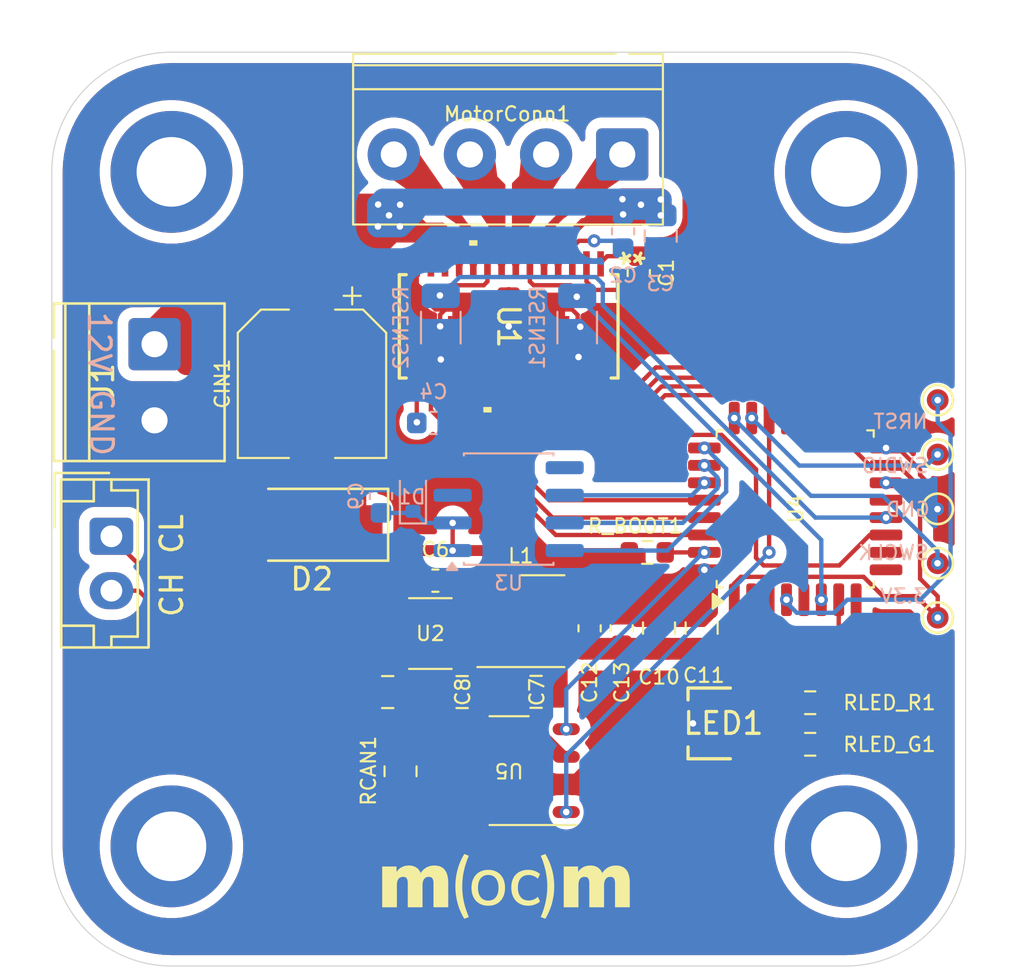
<source format=kicad_pcb>
(kicad_pcb (version 20241229) (generator "pcbnew") (generator_version "9.0")
  (layers (0 "F.Cu" signal) (2 "B.Cu" signal) (13 "F.Paste" user) (15 "B.Paste" user) (5 "F.SilkS" user "F.Silkscreen") (7 "B.SilkS" user "B.Silkscreen") (1 "F.Mask" user) (3 "B.Mask" user) (25 "Edge.Cuts" user))
  (net 0 "")
  (net 1 "Net-(U1-CP1)")
  (net 2 "Net-(U1-CP2)")
  (net 3 "Net-(U1-VCP)")
  (net 4 "GND")
  (net 5 "Net-(U1-V3P3OUT)")
  (net 6 "+12V")
  (net 7 "Net-(U2-BST)")
  (net 8 "Net-(U2-SW)")
  (net 9 "+3.3V")
  (net 10 "Net-(C7-Pad2)")
  (net 11 "CAN High")
  (net 12 "CAN Low")
  (net 13 "Net-(LED1-Pad1)")
  (net 14 "Net-(LED1-Pad2)")
  (net 15 "Net-(MotorConn1-Pin_1)")
  (net 16 "Net-(MotorConn1-Pin_3)")
  (net 17 "Net-(MotorConn1-Pin_4)")
  (net 18 "Net-(MotorConn1-Pin_2)")
  (net 19 "LEDPIN_G")
  (net 20 "LEDPIN_R")
  (net 21 "SRC12")
  (net 22 "SRC34")
  (net 23 "RXD")
  (net 26 "nRESET")
  (net 27 "nSLEEP")
  (net 28 "IN1")
  (net 29 "EN")
  (net 30 "IN3")
  (net 31 "nFAULT")
  (net 32 "IN4")
  (net 33 "IN2")
  (net 34 "Clock")
  (net 36 "ChipSelect")
  (net 37 "DataOut")
  (net 41 "TXD")
  (net 42 "SWDIO")
  (net 44 "SWCLK")
  (net 46 "NRST")
  (footprint "Resistor_SMD:R_0603_1608Metric" (layer "F.Cu") (at 179.36 83.4 180)
    (property "Reference" "RLED_R1")
    (property "Value" "220")
  )
  (footprint "Resistor_SMD:R_0805_2012Metric" (layer "F.Cu") (at 160.53 86.55 -90)
    (property "Reference" "RCAN1")
    (property "Value" "120")
  )
  (footprint "MountingHole:MountingHole_3.2mm_M3_DIN965_Pad_TopBottom" (layer "F.Cu") (at 150 59)
    (property "Reference" "REF**" (hide yes))
    (property "Value" "MountingHole_3.2mm_M3_DIN965_Pad_TopBottom" (hide yes))
  )
  (footprint "Capacitor_SMD:C_0603_1608Metric" (layer "F.Cu") (at 171.48 63.65 90)
    (property "Reference" "C1")
    (property "Value" "0.1u")
  )
  (footprint "MountingHole:MountingHole_3.2mm_M3_DIN965_Pad_TopBottom" (layer "F.Cu") (at 150 90)
    (property "Reference" "REF**" (hide yes))
    (property "Value" "MountingHole_3.2mm_M3_DIN965_Pad_TopBottom" (hide yes))
  )
  (footprint "TCAN332:D0008A_L" (layer "F.Cu") (at 165.52 86.52 180)
    (property "Reference" "U5")
    (property "Value" "TCAN332")
  )
  (footprint "Capacitor_SMD:C_0805_2012Metric" (layer "F.Cu") (at 159.94 82.91)
    (property "Reference" "C5" (hide yes))
    (property "Value" "10u")
  )
  (footprint "SML:SML-LX15_LUM" (layer "F.Cu") (at 175.37 84.35)
    (property "Reference" "LED1")
    (property "Value" "SML-LX15IGC-RT-TR")
  )
  (footprint "DRV8844:PWP28_5P18X3P1-L" (layer "F.Cu") (at 165.5 66.1 -90)
    (property "Reference" "U1")
    (property "Value" "DRV8844PWPR")
  )
  (footprint "AP63203:AP63203WU-7_DIO-L" (layer "F.Cu") (at 161.9 80.22)
    (property "Reference" "U2")
    (property "Value" "AP63203WU-7")
  )
  (footprint "Capacitor_SMD:C_0805_2012Metric" (layer "F.Cu") (at 174.37 79.97 90)
    (property "Reference" "C11")
    (property "Value" "10u")
  )
  (footprint "Capacitor_SMD:CP_Elec_6.3x7.7" (layer "F.Cu") (at 156.46 68.74 -90)
    (property "Reference" "CIN1")
    (property "Value" "100u")
  )
  (footprint "Capacitor_SMD:C_0805_2012Metric" (layer "F.Cu") (at 172.41 79.97 90)
    (property "Reference" "C10")
    (property "Value" "10u")
  )
  (footprint "Inductor_SMD_Wurth:L_Wurth_WE-LQSH-4020" (layer "F.Cu") (at 166.06 79.65)
    (property "Reference" "L1")
    (property "Value" "3.9u")
  )
  (footprint "Package_QFP:LQFP-32_7x7mm_P0.8mm" (layer "F.Cu") (at 178.67 74.49 90)
    (property "Reference" "U4")
    (property "Value" "STM32G431KBTx")
  )
  (footprint "MountingHole:MountingHole_3.2mm_M3_DIN965_Pad_TopBottom" (layer "F.Cu") (at 181 59)
    (property "Reference" "REF**" (hide yes))
    (property "Value" "MountingHole_3.2mm_M3_DIN965_Pad_TopBottom" (hide yes))
  )
  (footprint "Diode_SMD:D_SMA" (layer "F.Cu") (at 156.45 75.22 180)
    (property "Reference" "D2")
    (property "Value" "SMAJ18A")
  )
  (footprint "Capacitor_SMD:C_0603_1608Metric" (layer "F.Cu") (at 169.22 79.98 90)
    (property "Reference" "C12")
    (property "Value" "100n")
  )
  (footprint "Connector_JST:JST_EH_B2B-EH-A_1x02_P2.50mm_Vertical" (layer "F.Cu") (at 147.24 75.75 -90)
    (property "Reference" "J2" (hide yes))
    (property "Value" "Conn_01x02_Pin")
  )
  (footprint "Capacitor_SMD:C_0603_1608Metric" (layer "F.Cu") (at 162.13 77.79)
    (property "Reference" "C6")
    (property "Value" "100n")
  )
  (footprint "TerminalBlock_Phoenix:TerminalBlock_Phoenix_PT-1,5-2-3.5-H_1x02_P3.50mm_Horizontal" (layer "F.Cu") (at 149.2225 66.92 -90)
    (property "Reference" "J1")
    (property "Value" "Conn_01x02_Pin")
  )
  (footprint "Capacitor_SMD:C_0805_2012Metric" (layer "F.Cu") (at 163.36 82.91 180)
    (property "Reference" "C8")
    (property "Value" "22u")
  )
  (footprint "Resistor_SMD:R_0603_1608Metric" (layer "F.Cu") (at 179.36 85.31)
    (property "Reference" "RLED_G1")
    (property "Value" "220")
  )
  (footprint "MountingHole:MountingHole_3.2mm_M3_DIN965_Pad_TopBottom" (layer "F.Cu") (at 181 90)
    (property "Reference" "REF**" (hide yes))
    (property "Value" "MountingHole_3.2mm_M3_DIN965_Pad_TopBottom" (hide yes))
  )
  (footprint "Capacitor_SMD:C_0805_2012Metric" (layer "F.Cu") (at 166.76 82.9 180)
    (property "Reference" "C7")
    (property "Value" "22u")
  )
  (footprint "TestPoint:TestPoint_Pad_D1.0mm" (layer "F.Cu") (at 185.22 74.49 90)
    (property "Reference" "REF**" (hide yes))
    (property "Value" "TestPoint_Pad_D1.0mm" (hide yes))
  )
  (footprint "Resistor_SMD:R_0603_1608Metric" (layer "F.Cu") (at 171.87 76.49 180)
    (property "Reference" "R_BOOT1")
    (property "Value" "10k")
  )
  (footprint "Capacitor_SMD:C_0603_1608Metric" (layer "F.Cu") (at 170.69 79.98 90)
    (property "Reference" "C13")
    (property "Value" "100n")
  )
  (footprint "Package_SO:SO-8_3.9x4.9mm_P1.27mm" (layer "B.Cu") (at 165.5 74.5)
    (property "Reference" "U3")
    (property "Value" "MT6701CT")
  )
  (footprint "Capacitor_SMD:C_0603_1608Metric" (layer "B.Cu") (at 170.76 61.73 -90)
    (property "Reference" "C2")
    (property "Value" "0.1u")
  )
  (footprint "Resistor_SMD:R_1206_3216Metric" (layer "B.Cu") (at 168.65 66.16 -90)
    (property "Reference" "RSENS1")
    (property "Value" "0.1")
  )
  (footprint "Capacitor_SMD:C_0603_1608Metric" (layer "B.Cu") (at 159.63 73.9 90)
    (property "Reference" "C9")
    (property "Value" "0.1u")
  )
  (footprint "Diode_SMD:D_SOD-523" (layer "B.Cu") (at 161.1 73.9 90)
    (property "Reference" "D1")
    (property "Value" "ESD5Zxx")
  )
  (footprint "Resistor_SMD:R_1206_3216Metric" (layer "B.Cu") (at 162.38 66.16 -90)
    (property "Reference" "RSENS2")
    (property "Value" "0.1")
  )
  (footprint "TerminalBlock_Phoenix:TerminalBlock_Phoenix_PT-1,5-4-3.5-H_1x04_P3.50mm_Horizontal" (layer "B.Cu") (at 160.22 58.2)
    (property "Reference" "MotorConn1")
    (property "Value" "~")
  )
  (footprint "Capacitor_SMD:C_0603_1608Metric" (layer "B.Cu") (at 162.05 70.54 180)
    (property "Reference" "C4")
    (property "Value" "0.47u")
  )
  (footprint "Capacitor_SMD:C_0805_2012Metric" (layer "B.Cu") (at 172.49 61.95 -90)
    (property "Reference" "C3")
    (property "Value" "10u")
  )
  (gr_poly (pts (xy 166.423215 91.079631) (xy 166.441928 91.080245) (xy 166.460613 91.081268) (xy 166.479269 91.082701) (xy 166.497894 91.084542) (xy 166.516487 91.086793) (xy 166.535045 91.089454) (xy 166.553568 91.092523) (xy 166.572053 91.096002) (xy 166.5905 91.09989) (xy 166.608906 91.104188) (xy 166.62727 91.108894) (xy 166.645591 91.11401) (xy 166.663867 91.119536) (xy 166.682097 91.12547) (xy 166.700279 91.131814) (xy 166.718237 91.13853) (xy 166.7358 91.145579) (xy 166.752967 91.152963) (xy 166.76974 91.160678) (xy 166.786119 91.168726) (xy 166.802105 91.177104) (xy 166.817699 91.185813) (xy 166.832901 91.194851) (xy 166.847713 91.204218) (xy 166.862134 91.213912) (xy 166.876167 91.223934) (xy 166.889811 91.234282) (xy 166.903068 91.244956) (xy 166.915938 91.255954) (xy 166.928421 91.267277) (xy 166.94052 91.278922) (xy 166.842624 91.487943) (xy 166.830749 91.477494) (xy 166.818738 91.467379) (xy 166.806593 91.457597) (xy 166.794313 91.448148) (xy 166.7819 91.439031) (xy 166.769354 91.430244) (xy 166.756677 91.421788) (xy 166.743868 91.413661) (xy 166.73093 91.405863) (xy 166.717862 91.398393) (xy 166.704665 91.39125) (xy 166.69134 91.384433) (xy 166.677889 91.377942) (xy 166.664311 91.371776) (xy 166.650607 91.365933) (xy 166.636778 91.360414) (xy 166.609147 91.350543) (xy 166.58182 91.341968) (xy 166.568272 91.338168) (xy 166.554802 91.334695) (xy 166.541412 91.331548) (xy 166.528101 91.32873) (xy 166.514871 91.326241) (xy 166.501722 91.32408) (xy 166.488655 91.32225) (xy 166.475672 91.320751) (xy 166.462772 91.319584) (xy 166.449956 91.318749) (xy 166.437226 91.318248) (xy 166.424582 91.318081) (xy 166.395145 91.31867) (xy 166.366562 91.320436) (xy 166.338832 91.323379) (xy 166.311952 91.327498) (xy 166.285923 91.332792) (xy 166.260741 91.339261) (xy 166.236406 91.346903) (xy 166.212916 91.355718) (xy 166.190269 91.365705) (xy 166.168464 91.376863) (xy 166.147499 91.389191) (xy 166.127373 91.40269) (xy 166.108084 91.417357) (xy 166.08963 91.433192) (xy 166.072011 91.450195) (xy 166.055224 91.468364) (xy 166.039368 91.487619) (xy 166.02454 91.507877) (xy 166.010739 91.529138) (xy 165.997966 91.551402) (xy 165.98622 91.574667) (xy 165.975499 91.598933) (xy 165.965802 91.624199) (xy 165.95713 91.650463) (xy 165.94948 91.677727) (xy 165.942853 91.705988) (xy 165.937248 91.735246) (xy 165.932664 91.765499) (xy 165.9291 91.796748) (xy 165.926555 91.828992) (xy 165.925028 91.86223) (xy 165.92452 91.89646) (xy 165.925028 91.930721) (xy 165.926555 91.964052) (xy 165.9291 91.99645) (xy 165.932664 92.027916) (xy 165.937248 92.058449) (xy 165.942853 92.088048) (xy 165.94948 92.116712) (xy 165.95713 92.14444) (xy 165.965802 92.171233) (xy 165.975499 92.197087) (xy 165.98622 92.222004) (xy 165.997966 92.245983) (xy 166.010739 92.269021) (xy 166.02454 92.29112) (xy 166.039368 92.312277) (xy 166.055224 92.332493) (xy 166.072011 92.351711) (xy 166.08963 92.369677) (xy 166.108084 92.386394) (xy 166.127373 92.401863) (xy 166.147499 92.416086) (xy 166.168464 92.429064) (xy 166.190269 92.440798) (xy 166.212916 92.451291) (xy 166.236406 92.460543) (xy 166.260741 92.468557) (xy 166.285923 92.475334) (xy 166.311952 92.480875) (xy 166.338832 92.485182) (xy 166.366562 92.488256) (xy 166.395145 92.4901) (xy 166.424582 92.490714) (xy 166.437313 92.490547) (xy 166.450108 92.490045) (xy 166.462968 92.48921) (xy 166.475895 92.488043) (xy 166.48889 92.486544) (xy 166.501954 92.484714) (xy 166.51509 92.482554) (xy 166.528299 92.480064) (xy 166.541582 92.477246) (xy 166.554941 92.4741) (xy 166.568378 92.470627) (xy 166.581894 92.466827) (xy 166.59549 92.462702) (xy 166.609169 92.458252) (xy 166.636778 92.448381) (xy 166.650607 92.442936) (xy 166.664311 92.437121) (xy 166.677889 92.430938) (xy 166.69134 92.424386) (xy 166.704665 92.417469) (xy 166.717862 92.410188) (xy 166.73093 92.402543) (xy 166.743868 92.394538) (xy 166.756677 92.386173) (xy 166.769354 92.37745) (xy 166.7819 92.36837) (xy 166.794313 92.358935) (xy 166.806593 92.349147) (xy 166.818738 92.339006) (xy 166.830749 92.328516) (xy 166.842624 92.317676) (xy 166.94052 92.529872) (xy 166.928496 92.541518) (xy 166.91604 92.55284) (xy 166.903153 92.563839) (xy 166.889836 92.574512) (xy 166.876091 92.584861) (xy 166.86192 92.594882) (xy 166.847325 92.604577) (xy 166.832306 92.613944) (xy 166.816865 92.622982) (xy 166.801004 92.63169) (xy 166.784725 92.640069) (xy 166.768028 92.648116) (xy 166.750917 92.655832) (xy 166.733391 92.663215) (xy 166.715452 92.670265) (xy 166.697103 92.676981) (xy 166.660047 92.689259) (xy 166.623103 92.6999) (xy 166.586282 92.708904) (xy 166.567922 92.712792) (xy 166.549598 92.716271) (xy 166.531311 92.719341) (xy 166.513063 92.722001) (xy 166.494855 92.724252) (xy 166.476689 92.726094) (xy 166.458566 92.727526) (xy 166.440489 92.72855) (xy 166.422457 92.729164) (xy 166.404474 92.729368) (xy 166.404475 92.729897) (xy 166.374473 92.729494) (xy 166.344992 92.728285) (xy 166.31603 92.726269) (xy 166.287587 92.723448) (xy 166.259661 92.71982) (xy 166.232253 92.715386) (xy 166.20536 92.710146) (xy 166.178984 92.7041) (xy 166.153121 92.697248) (xy 166.127773 92.689589) (xy 166.102938 92.681125) (xy 166.078615 92.671854) (xy 166.054804 92.661777) (xy 166.031504 92.650894) (xy 166.008714 92.639205) (xy 165.986433 92.62671) (xy 165.964723 92.613482) (xy 165.943645 92.599597) (xy 165.923199 92.585053) (xy 165.903387 92.569849) (xy 165.884207 92.553985) (xy 165.865659 92.537459) (xy 165.847744 92.520272) (xy 165.830461 92.502422) (xy 165.813811 92.483908) (xy 165.797793 92.46473) (xy 165.782408 92.444887) (xy 165.767656 92.424378) (xy 165.753536 92.403202) (xy 165.740048 92.381359) (xy 165.727193 92.358848) (xy 165.714971 92.335668) (xy 165.70353 92.311893) (xy 165.692821 92.287596) (xy 165.682846 92.262779) (xy 165.673605 92.237441) (xy 165.665098 92.211582) (xy 165.657328 92.185203) (xy 165.650293 92.158302) (xy 165.643996 92.13088) (xy 165.638437 92.102938) (xy 165.633616 92.074475) (xy 165.629535 92.04549) (xy 165.626195 92.015985) (xy 165.623595 91.985959) (xy 165.621737 91.955412) (xy 165.620622 91.924344) (xy 165.62025 91.892756) (xy 165.620622 91.861221) (xy 165.621737 91.830311) (xy 165.623595 91.800016) (xy 165.626195 91.770328) (xy 165.629535 91.741238) (xy 165.633616 91.712739) (xy 165.638437 91.68482) (xy 165.643996 91.657475) (xy 165.650293 91.630694) (xy 165.657328 91.604468) (xy 165.665098 91.57879) (xy 165.673605 91.553651) (xy 165.682846 91.529041) (xy 165.692821 91.504954) (xy 165.70353 91.48138) (xy 165.714971 91.45831) (xy 165.7271 91.435725) (xy 165.739875 91.41381) (xy 165.753294 91.392565) (xy 165.767358 91.371989) (xy 165.782067 91.352084) (xy 165.797421 91.332848) (xy 165.81342 91.314281) (xy 165.830064 91.296385) (xy 165.847353 91.279158) (xy 165.865287 91.262601) (xy 165.883866 91.246713) (xy 165.903089 91.231496) (xy 165.922958 91.216948) (xy 165.943471 91.20307) (xy 165.96463 91.189861) (xy 165.986433 91.177322) (xy 166.00872 91.16541) (xy 166.031526 91.154277) (xy 166.05485 91.143922) (xy 166.07869 91.134344) (xy 166.103045 91.125541) (xy 166.127913 91.117512) (xy 166.153292 91.110255) (xy 166.179182 91.103768) (xy 166.20558 91.09805) (xy 166.232485 91.0931) (xy 166.259896 91.088915) (xy 166.28781 91.085495) (xy 166.316227 91.082838) (xy 166.345144 91.080942) (xy 166.374561 91.079805) (xy 166.404475 91.079426)) (fill yes) (layer "F.SilkS"))
  (gr_poly (pts (xy 163.668154 90.432785) (xy 163.643275 90.49316) (xy 163.619438 90.553244) (xy 163.596642 90.613043) (xy 163.574888 90.672563) (xy 163.554176 90.73181) (xy 163.534506 90.790791) (xy 163.515878 90.849511) (xy 163.498292 90.907976) (xy 163.481797 90.96629) (xy 163.466451 91.024542) (xy 163.452257 91.082719) (xy 163.439223 91.14081) (xy 163.427355 91.198801) (xy 163.416659 91.256681) (xy 163.407142 91.314436) (xy 163.398809 91.372056) (xy 163.391542 91.429749) (xy 163.385224 91.487728) (xy 163.379861 91.54598) (xy 163.375459 91.604492) (xy 163.372024 91.663252) (xy 163.369564 91.722248) (xy 163.368083 91.781467) (xy 163.367588 91.840897) (xy 163.368061 91.900327) (xy 163.369489 91.959546) (xy 163.371885 92.018542) (xy 163.375261 92.077302) (xy 163.379628 92.135815) (xy 163.385001 92.194066) (xy 163.39139 92.252045) (xy 163.398809 92.309739) (xy 163.407142 92.367312) (xy 163.416659 92.42494) (xy 163.427355 92.482631) (xy 163.439223 92.540389) (xy 163.452257 92.598223) (xy 163.466451 92.656136) (xy 163.481797 92.714137) (xy 163.498292 92.77223) (xy 163.515878 92.830548) (xy 163.534506 92.889226) (xy 163.554176 92.948275) (xy 163.574888 93.007709) (xy 163.596642 93.06754) (xy 163.619438 93.127781) (xy 163.643275 93.188443) (xy 163.668154 93.249539) (xy 163.459133 93.33103) (xy 163.407041 93.240221) (xy 163.358707 93.149163) (xy 163.314119 93.057856) (xy 163.273263 92.966302) (xy 163.236129 92.8745) (xy 163.202702 92.78245) (xy 163.172972 92.690152) (xy 163.146925 92.597605) (xy 163.124403 92.504689) (xy 163.104864 92.411289) (xy 163.088315 92.317418) (xy 163.07476 92.223088) (xy 163.064207 92.128311) (xy 163.056661 92.0331) (xy 163.052129 91.937468) (xy 163.050617 91.841426) (xy 163.052129 91.745272) (xy 163.056661 91.649347) (xy 163.064207 91.553732) (xy 163.07476 91.458508) (xy 163.088315 91.363755) (xy 163.104864 91.269554) (xy 163.124403 91.175986) (xy 163.146925 91.08313) (xy 163.17282 90.990956) (xy 163.202479 90.89898) (xy 163.235896 90.807203) (xy 163.273065 90.715624) (xy 163.313979 90.624244) (xy 163.358633 90.533062) (xy 163.40702 90.442078) (xy 163.459133 90.351293)) (fill yes) (layer "F.SilkS"))
  (gr_poly (pts (xy 167.237426 90.441574) (xy 167.285189 90.532632) (xy 167.329356 90.623938) (xy 167.369939 90.715492) (xy 167.406949 90.807294) (xy 167.440401 90.899344) (xy 167.470305 90.991642) (xy 167.496674 91.084189) (xy 167.519568 91.177105) (xy 167.539429 91.270505) (xy 167.556252 91.364376) (xy 167.57003 91.458706) (xy 167.580757 91.553483) (xy 167.588427 91.648694) (xy 167.593034 91.744326) (xy 167.59457 91.840368) (xy 167.593034 91.936409) (xy 167.588427 92.032042) (xy 167.580757 92.127253) (xy 167.57003 92.222029) (xy 167.556252 92.316359) (xy 167.539429 92.410231) (xy 167.519568 92.503631) (xy 167.496674 92.596547) (xy 167.470456 92.689093) (xy 167.440623 92.781391) (xy 167.407181 92.873442) (xy 167.370137 92.965244) (xy 167.329495 93.056798) (xy 167.285264 93.148104) (xy 167.237448 93.239162) (xy 167.186054 93.329972) (xy 167.186054 93.33103) (xy 166.973858 93.249539) (xy 166.999432 93.187652) (xy 167.023765 93.126218) (xy 167.046858 93.065243) (xy 167.068711 93.004733) (xy 167.089324 92.944694) (xy 167.108697 92.885133) (xy 167.126829 92.826056) (xy 167.143721 92.767468) (xy 167.159496 92.709179) (xy 167.174272 92.651002) (xy 167.188044 92.592948) (xy 167.200805 92.535031) (xy 167.212549 92.477263) (xy 167.22327 92.419656) (xy 167.232961 92.362223) (xy 167.241617 92.304976) (xy 167.249256 92.247726) (xy 167.255896 92.190271) (xy 167.261532 92.132605) (xy 167.266157 92.074722) (xy 167.269765 92.016616) (xy 167.27235 91.958281) (xy 167.273905 91.89971) (xy 167.274425 91.840897) (xy 167.273905 91.782084) (xy 167.27235 91.723513) (xy 167.269765 91.665177) (xy 167.266157 91.607071) (xy 167.261532 91.549189) (xy 167.255896 91.491523) (xy 167.249256 91.434068) (xy 167.241617 91.376818) (xy 167.232961 91.319592) (xy 167.22327 91.262212) (xy 167.212549 91.20467) (xy 167.200805 91.146961) (xy 167.188044 91.089078) (xy 167.174272 91.031016) (xy 167.159496 90.972767) (xy 167.143721 90.914326) (xy 167.126829 90.855739) (xy 167.108697 90.796661) (xy 167.089324 90.7371) (xy 167.068711 90.677061) (xy 167.046858 90.616551) (xy 167.023765 90.555576) (xy 166.999432 90.494142) (xy 166.973858 90.432255) (xy 167.186054 90.350764)) (fill yes) (layer "F.SilkS"))
  (gr_poly (pts (xy 170.453989 90.881865) (xy 170.480589 90.882908) (xy 170.506484 90.884647) (xy 170.531686 90.887082) (xy 170.556209 90.890216) (xy 170.580066 90.894047) (xy 170.603271 90.898578) (xy 170.625836 90.903809) (xy 170.647775 90.909741) (xy 170.669101 90.916374) (xy 170.689827 90.923709) (xy 170.709966 90.931747) (xy 170.729531 90.94049) (xy 170.748536 90.949937) (xy 170.766993 90.960089) (xy 170.784917 90.970947) (xy 170.802299 90.9825) (xy 170.819124 90.994735) (xy 170.835392 91.007652) (xy 170.851104 91.021251) (xy 170.866262 91.035532) (xy 170.880865 91.050496) (xy 170.894914 91.066141) (xy 170.908411 91.082469) (xy 170.921357 91.099479) (xy 170.933751 91.117171) (xy 170.945594 91.135545) (xy 170.956888 91.154601) (xy 170.967633 91.174339) (xy 170.97783 91.19476) (xy 170.98748 91.215862) (xy 170.996584 91.237647) (xy 171.005135 91.26017) (xy 171.013129 91.283485) (xy 171.020567 91.307593) (xy 171.027449 91.332492) (xy 171.033776 91.358182) (xy 171.039549 91.384661) (xy 171.044768 91.41193) (xy 171.049434 91.439987) (xy 171.053549 91.468832) (xy 171.057113 91.498463) (xy 171.060126 91.528881) (xy 171.062589 91.560083) (xy 171.064504 91.59207) (xy 171.065871 91.624841) (xy 171.06669 91.658395) (xy 171.066963 91.69273) (xy 171.066963 92.801335) (xy 170.388572 92.801335) (xy 170.388572 91.711781) (xy 170.38838 91.691695) (xy 170.387802 91.672317) (xy 170.386839 91.653648) (xy 170.385488 91.635688) (xy 170.38375 91.618438) (xy 170.381624 91.601899) (xy 170.379108 91.586071) (xy 170.376203 91.570956) (xy 170.372907 91.556554) (xy 170.369219 91.542866) (xy 170.36514 91.529892) (xy 170.360667 91.517634) (xy 170.3558 91.506093) (xy 170.350539 91.495268) (xy 170.344883 91.485161) (xy 170.33883 91.475772) (xy 170.335686 91.471328) (xy 170.332406 91.467023) (xy 170.328989 91.462857) (xy 170.325437 91.458832) (xy 170.321748 91.454946) (xy 170.317923 91.451201) (xy 170.313963 91.447595) (xy 170.309867 91.44413) (xy 170.305635 91.440805) (xy 170.301267 91.43762) (xy 170.296765 91.434576) (xy 170.292126 91.431673) (xy 170.287353 91.42891) (xy 170.282444 91.426288) (xy 170.2774 91.423807) (xy 170.272222 91.421467) (xy 170.266908 91.419267) (xy 170.26146 91.41721) (xy 170.250159 91.413518) (xy 170.23832 91.410392) (xy 170.225944 91.407832) (xy 170.213032 91.40584) (xy 170.199584 91.404416) (xy 170.185601 91.403562) (xy 170.171084 91.403276) (xy 170.159785 91.40345) (xy 170.148709 91.40397) (xy 170.137855 91.404836) (xy 170.127221 91.406046) (xy 170.116808 91.407601) (xy 170.106614 91.409499) (xy 170.096639 91.41174) (xy 170.086881 91.414323) (xy 170.07734 91.417247) (xy 170.068016 91.420511) (xy 170.058907 91.424114) (xy 170.050013 91.428056) (xy 170.041333 91.432337) (xy 170.032865 91.436954) (xy 170.024611 91.441908) (xy 170.016567 91.447197) (xy 170.008841 91.452822) (xy 170.001336 91.45878) (xy 169.994054 91.465072) (xy 169.986992 91.471696) (xy 169.980151 91.478652) (xy 169.973529 91.485939) (xy 169.967125 91.493556) (xy 169.960939 91.501503) (xy 169.95497 91.509778) (xy 169.949218 91.518382) (xy 169.943681 91.527312) (xy 169.938359 91.536569) (xy 169.93325 91.546151) (xy 169.928355 91.556058) (xy 169.923672 91.566289) (xy 169.919201 91.576843) (xy 169.915065 91.587714) (xy 169.91119 91.598896) (xy 169.907578 91.610389) (xy 169.904228 91.622194) (xy 169.901141 91.634313) (xy 169.898319 91.646746) (xy 169.895762 91.659493) (xy 169.893471 91.672556) (xy 169.891446 91.685935) (xy 169.889689 91.699632) (xy 169.8882 91.713646) (xy 169.88698 91.727978) (xy 169.88603 91.74263) (xy 169.88535 91.757602) (xy 169.884942 91.772895) (xy 169.884806 91.78851) (xy 169.884806 92.801864) (xy 169.206413 92.801864) (xy 169.206413 91.71231) (xy 169.206227 91.692224) (xy 169.205669 91.672847) (xy 169.204739 91.654177) (xy 169.203437 91.636217) (xy 169.201763 91.618967) (xy 169.199716 91.602428) (xy 169.197298 91.586601) (xy 169.194508 91.571485) (xy 169.191345 91.557083) (xy 169.18781 91.543395) (xy 169.183904 91.530422) (xy 169.179625 91.518164) (xy 169.174974 91.506622) (xy 169.169951 91.495797) (xy 169.164556 91.48569) (xy 169.158789 91.476302) (xy 169.155743 91.471857) (xy 169.152557 91.467552) (xy 169.149232 91.463387) (xy 169.145769 91.459361) (xy 169.142166 91.455475) (xy 169.138425 91.45173) (xy 169.134546 91.448124) (xy 169.130528 91.444659) (xy 169.126373 91.441334) (xy 169.122079 91.43815) (xy 169.117649 91.435105) (xy 169.11308 91.432202) (xy 169.108375 91.429439) (xy 169.103532 91.426817) (xy 169.098553 91.424336) (xy 169.093437 91.421996) (xy 169.088185 91.419797) (xy 169.082796 91.417739) (xy 169.077271 91.415822) (xy 169.071611 91.414047) (xy 169.059883 91.410921) (xy 169.047615 91.408362) (xy 169.034806 91.40637) (xy 169.02146 91.404946) (xy 169.007577 91.404091) (xy 168.99316 91.403806) (xy 168.981843 91.403979) (xy 168.970713 91.404499) (xy 168.95977 91.405365) (xy 168.949016 91.406576) (xy 168.938451 91.40813) (xy 168.928076 91.410029) (xy 168.917891 91.412269) (xy 168.907898 91.414852) (xy 168.898097 91.417776) (xy 168.888489 91.42104) (xy 168.879075 91.424643) (xy 168.869856 91.428586) (xy 168.860831 91.432866) (xy 168.852003 91.437483) (xy 168.843372 91.442437) (xy 168.834938 91.447727) (xy 168.826746 91.453351) (xy 168.818839 91.459309) (xy 168.811215 91.465601) (xy 168.803875 91.472225) (xy 168.796816 91.479181) (xy 168.790039 91.486468) (xy 168.783542 91.494086) (xy 168.777326 91.502032) (xy 168.771388 91.510308) (xy 168.765728 91.518911) (xy 168.760346 91.527841) (xy 168.755241 91.537098) (xy 168.750412 91.54668) (xy 168.745858 91.556587) (xy 168.741578 91.566818) (xy 168.737572 91.577372) (xy 168.733914 91.588243) (xy 168.73048 91.599425) (xy 168.727273 91.610918) (xy 168.724293 91.622724) (xy 168.721543 91.634842) (xy 168.719024 91.647275) (xy 168.716738 91.660023) (xy 168.714686 91.673085) (xy 168.712869 91.686465) (xy 168.711289 91.700161) (xy 168.709949 91.714175) (xy 168.708848 91.728507) (xy 168.70799 91.743159) (xy 168.707374 91.758131) (xy 168.70688 91.789039) (xy 168.70688 92.802393) (xy 168.028488 92.802393) (xy 168.030604 92.801335) (xy 168.030604 90.927026) (xy 168.689946 90.927026) (xy 168.689946 91.177855) (xy 168.692911 91.173125) (xy 168.701316 91.160386) (xy 168.709988 91.147887) (xy 168.718927 91.135631) (xy 168.728132 91.123617) (xy 168.737602 91.111846) (xy 168.747336 91.10032) (xy 168.757334 91.089039) (xy 168.767594 91.078003) (xy 168.778116 91.067214) (xy 168.7889 91.056672) (xy 168.799945 91.04631) (xy 168.811248 91.036256) (xy 168.822811 91.026509) (xy 168.834632 91.017067) (xy 168.846711 91.00793) (xy 168.859045 90.999094) (xy 168.871636 90.99056) (xy 168.884482 90.982324) (xy 168.897581 90.974386) (xy 168.910935 90.966745) (xy 168.924541 90.959398) (xy 168.938399 90.952344) (xy 168.952508 90.945581) (xy 168.966867 90.939108) (xy 168.981476 90.932924) (xy 168.996334 90.927026) (xy 169.011415 90.921457) (xy 169.026693 90.916259) (xy 169.042169 90.91143) (xy 169.057841 90.906968) (xy 169.073708 90.902871) (xy 169.08977 90.89914) (xy 169.106025 90.895771) (xy 169.122474 90.892763) (xy 169.139114 90.890115) (xy 169.155946 90.887825) (xy 169.172969 90.885891) (xy 169.190182 90.884313) (xy 169.207584 90.883088) (xy 169.225174 90.882215) (xy 169.242952 90.881692) (xy 169.260917 90.881518) (xy 169.286379 90.881915) (xy 169.311369 90.883104) (xy 169.335886 90.885086) (xy 169.359929 90.88786) (xy 169.383498 90.891424) (xy 169.406592 90.895778) (xy 169.42921 90.900921) (xy 169.451351 90.906852) (xy 169.473015 90.913571) (xy 169.4942 90.921076) (xy 169.514906 90.929368) (xy 169.535133 90.938445) (xy 169.554879 90.948306) (xy 169.574143 90.958951) (xy 169.592926 90.970379) (xy 169.611225 90.982589) (xy 169.628992 90.995586) (xy 169.646173 91.009377) (xy 169.662769 91.02396) (xy 169.678777 91.039334) (xy 169.694196 91.055498) (xy 169.709024 91.072453) (xy 169.72326 91.090197) (xy 169.736902 91.108729) (xy 169.749949 91.128049) (xy 169.762399 91.148155) (xy 169.774251 91.169047) (xy 169.785503 91.190725) (xy 169.796153 91.213187) (xy 169.802398 91.227637) (xy 169.808107 91.218058) (xy 169.821726 91.196868) (xy 169.835974 91.176287) (xy 169.850852 91.156313) (xy 169.866357 91.136946) (xy 169.882489 91.118188) (xy 169.899248 91.100037) (xy 169.916632 91.082494) (xy 169.934641 91.065558) (xy 169.953273 91.049231) (xy 169.97253 91.033511) (xy 169.992408 91.018398) (xy 170.012908 91.003894) (xy 170.03403 90.989997) (xy 170.055653 90.976832) (xy 170.077662 90.964522) (xy 170.100057 90.953066) (xy 170.122839 90.942463) (xy 170.146008 90.932713) (xy 170.169566 90.923815) (xy 170.193512 90.915768) (xy 170.217849 90.908572) (xy 170.242576 90.902225) (xy 170.267695 90.896726) (xy 170.293206 90.892076) (xy 170.31911 90.888273) (xy 170.345408 90.885317) (xy 170.3721 90.883206) (xy 170.399187 90.88194) (xy 170.426671 90.881518)) (fill yes) (layer "F.SilkS"))
  (gr_poly (pts (xy 162.10956 90.881865) (xy 162.13616 90.882908) (xy 162.162054 90.884647) (xy 162.187256 90.887082) (xy 162.211779 90.890216) (xy 162.235637 90.894047) (xy 162.258841 90.898578) (xy 162.281407 90.903809) (xy 162.303345 90.909741) (xy 162.324671 90.916374) (xy 162.345397 90.923709) (xy 162.365536 90.931747) (xy 162.385101 90.94049) (xy 162.404106 90.949937) (xy 162.422564 90.960089) (xy 162.440487 90.970947) (xy 162.457869 90.9825) (xy 162.474694 90.994735) (xy 162.490962 91.007652) (xy 162.506674 91.021251) (xy 162.521832 91.035532) (xy 162.536435 91.050496) (xy 162.550485 91.066141) (xy 162.563982 91.082469) (xy 162.576927 91.099479) (xy 162.589321 91.117171) (xy 162.601164 91.135545) (xy 162.612458 91.154601) (xy 162.623203 91.174339) (xy 162.633401 91.19476) (xy 162.643051 91.215862) (xy 162.652154 91.237647) (xy 162.660706 91.26017) (xy 162.6687 91.283485) (xy 162.676137 91.307593) (xy 162.683019 91.332492) (xy 162.689346 91.358182) (xy 162.695119 91.384661) (xy 162.700338 91.41193) (xy 162.705005 91.439987) (xy 162.709119 91.468832) (xy 162.712683 91.498463) (xy 162.715696 91.528881) (xy 162.718159 91.560083) (xy 162.720074 91.59207) (xy 162.721441 91.624841) (xy 162.72226 91.658395) (xy 162.722533 91.69273) (xy 162.722533 92.801335) (xy 162.044142 92.801335) (xy 162.044142 91.711781) (xy 162.043949 91.691695) (xy 162.043372 91.672317) (xy 162.042408 91.653648) (xy 162.041058 91.635688) (xy 162.03932 91.618438) (xy 162.037193 91.601899) (xy 162.034678 91.586071) (xy 162.031772 91.570956) (xy 162.028476 91.556554) (xy 162.024789 91.542866) (xy 162.020709 91.529892) (xy 162.016236 91.517634) (xy 162.01137 91.506093) (xy 162.006109 91.495268) (xy 162.000453 91.485161) (xy 161.9944 91.475772) (xy 161.991256 91.471328) (xy 161.987976 91.467023) (xy 161.984559 91.462857) (xy 161.981007 91.458832) (xy 161.977318 91.454946) (xy 161.973493 91.451201) (xy 161.969533 91.447595) (xy 161.965436 91.44413) (xy 161.961205 91.440805) (xy 161.956837 91.43762) (xy 161.952334 91.434576) (xy 161.947696 91.431673) (xy 161.942922 91.42891) (xy 161.938014 91.426288) (xy 161.93297 91.423807) (xy 161.927791 91.421467) (xy 161.922478 91.419267) (xy 161.917029 91.41721) (xy 161.905728 91.413518) (xy 161.89389 91.410392) (xy 161.881514 91.407832) (xy 161.868602 91.40584) (xy 161.855154 91.404416) (xy 161.841171 91.403562) (xy 161.826654 91.403276) (xy 161.815356 91.40345) (xy 161.804279 91.40397) (xy 161.793425 91.404836) (xy 161.782791 91.406046) (xy 161.772378 91.407601) (xy 161.762184 91.409499) (xy 161.752208 91.41174) (xy 161.742451 91.414323) (xy 161.73291 91.417247) (xy 161.723586 91.420511) (xy 161.714477 91.424114) (xy 161.705583 91.428056) (xy 161.696902 91.432337) (xy 161.688435 91.436954) (xy 161.680181 91.441908) (xy 161.672138 91.447197) (xy 161.664411 91.452822) (xy 161.656907 91.45878) (xy 161.649624 91.465072) (xy 161.642562 91.471696) (xy 161.635721 91.478652) (xy 161.629098 91.485939) (xy 161.622695 91.493556) (xy 161.616509 91.501503) (xy 161.61054 91.509778) (xy 161.604788 91.518382) (xy 161.599251 91.527312) (xy 161.593929 91.536569) (xy 161.58882 91.546151) (xy 161.583925 91.556058) (xy 161.579242 91.566289) (xy 161.574771 91.576843) (xy 161.570548 91.587714) (xy 161.566608 91.598896) (xy 161.562951 91.610389) (xy 161.559574 91.622194) (xy 161.556476 91.634313) (xy 161.553656 91.646746) (xy 161.551112 91.659493) (xy 161.548842 91.672556) (xy 161.546845 91.685935) (xy 161.545119 91.699632) (xy 161.543663 91.713646) (xy 161.542475 91.727978) (xy 161.541554 91.74263) (xy 161.540898 91.757602) (xy 161.540506 91.772895) (xy 161.540375 91.78851) (xy 161.540375 92.801864) (xy 160.861984 92.801864) (xy 160.861984 91.71231) (xy 160.861797 91.692224) (xy 160.861239 91.672847) (xy 160.860309 91.654177) (xy 160.859007 91.636217) (xy 160.857333 91.618967) (xy 160.855286 91.602428) (xy 160.852868 91.586601) (xy 160.850077 91.571485) (xy 160.846915 91.557083) (xy 160.84338 91.543395) (xy 160.839473 91.530422) (xy 160.835194 91.518164) (xy 160.830544 91.506622) (xy 160.825521 91.495797) (xy 160.820126 91.48569) (xy 160.814359 91.476302) (xy 160.811314 91.471857) (xy 160.808132 91.467552) (xy 160.804815 91.463387) (xy 160.80136 91.459361) (xy 160.797768 91.455475) (xy 160.79404 91.45173) (xy 160.790175 91.448124) (xy 160.786172 91.444659) (xy 160.782032 91.441334) (xy 160.777755 91.43815) (xy 160.773341 91.435105) (xy 160.768789 91.432202) (xy 160.7641 91.429439) (xy 160.759273 91.426817) (xy 160.754308 91.424336) (xy 160.749205 91.421996) (xy 160.743964 91.419797) (xy 160.738585 91.417739) (xy 160.733068 91.415822) (xy 160.727413 91.414047) (xy 160.715687 91.410921) (xy 160.703407 91.408362) (xy 160.690572 91.40637) (xy 160.677181 91.404946) (xy 160.663234 91.404091) (xy 160.648729 91.403806) (xy 160.637412 91.403979) (xy 160.626282 91.404499) (xy 160.61534 91.405365) (xy 160.604585 91.406576) (xy 160.59402 91.40813) (xy 160.583645 91.410029) (xy 160.573461 91.412269) (xy 160.563468 91.414852) (xy 160.553667 91.417776) (xy 160.544059 91.42104) (xy 160.534645 91.424643) (xy 160.525425 91.428586) (xy 160.516401 91.432866) (xy 160.507573 91.437483) (xy 160.498942 91.442437) (xy 160.490509 91.447727) (xy 160.482317 91.453351) (xy 160.474409 91.459309) (xy 160.466786 91.465601) (xy 160.459445 91.472225) (xy 160.452386 91.479181) (xy 160.445609 91.486468) (xy 160.439112 91.494086) (xy 160.432896 91.502032) (xy 160.426958 91.510308) (xy 160.421298 91.518911) (xy 160.415916 91.527841) (xy 160.410811 91.537098) (xy 160.405982 91.54668) (xy 160.401428 91.556587) (xy 160.397148 91.566818) (xy 160.393142 91.577372) (xy 160.389484 91.588243) (xy 160.38605 91.599425) (xy 160.382843 91.610918) (xy 160.379863 91.622724) (xy 160.377113 91.634842) (xy 160.374594 91.647275) (xy 160.372308 91.660023) (xy 160.370256 91.673085) (xy 160.368439 91.686465) (xy 160.366859 91.700161) (xy 160.365519 91.714175) (xy 160.364418 91.728507) (xy 160.36356 91.743159) (xy 160.362944 91.758131) (xy 160.36245 91.789039) (xy 160.36245 92.802393) (xy 159.686175 92.802393) (xy 159.686175 92.801335) (xy 159.686175 90.927026) (xy 160.345517 90.927026) (xy 160.345517 91.177855) (xy 160.348482 91.173125) (xy 160.356887 91.160386) (xy 160.365559 91.147887) (xy 160.374498 91.135631) (xy 160.383702 91.123617) (xy 160.393172 91.111846) (xy 160.402906 91.10032) (xy 160.412904 91.089039) (xy 160.423165 91.078003) (xy 160.433687 91.067214) (xy 160.444471 91.056672) (xy 160.455515 91.04631) (xy 160.466819 91.036256) (xy 160.478381 91.026509) (xy 160.490202 91.017067) (xy 160.502281 91.00793) (xy 160.514615 90.999094) (xy 160.527206 90.99056) (xy 160.540052 90.982324) (xy 160.553151 90.974386) (xy 160.566505 90.966745) (xy 160.580111 90.959398) (xy 160.593969 90.952344) (xy 160.608078 90.945581) (xy 160.622437 90.939108) (xy 160.637046 90.932924) (xy 160.651904 90.927026) (xy 160.666985 90.921457) (xy 160.682264 90.916259) (xy 160.69774 90.91143) (xy 160.713411 90.906968) (xy 160.729279 90.902871) (xy 160.74534 90.89914) (xy 160.761596 90.895771) (xy 160.778044 90.892763) (xy 160.794685 90.890115) (xy 160.811517 90.887825) (xy 160.82854 90.885891) (xy 160.845753 90.884313) (xy 160.863155 90.883088) (xy 160.880745 90.882215) (xy 160.898523 90.881692) (xy 160.916487 90.881518) (xy 160.941949 90.881915) (xy 160.966939 90.883104) (xy 160.991456 90.885086) (xy 161.015499 90.88786) (xy 161.039068 90.891424) (xy 161.062162 90.895778) (xy 161.08478 90.900921) (xy 161.106921 90.906852) (xy 161.128585 90.913571) (xy 161.14977 90.921076) (xy 161.170477 90.929368) (xy 161.190703 90.938445) (xy 161.210449 90.948306) (xy 161.229714 90.958951) (xy 161.248496 90.970379) (xy 161.266796 90.982589) (xy 161.284562 90.995586) (xy 161.301743 91.009377) (xy 161.318339 91.02396) (xy 161.334347 91.039334) (xy 161.349766 91.055498) (xy 161.364594 91.072453) (xy 161.37883 91.090197) (xy 161.392473 91.108729) (xy 161.40552 91.128049) (xy 161.41797 91.148155) (xy 161.429822 91.169047) (xy 161.441073 91.190725) (xy 161.451724 91.213187) (xy 161.457969 91.227637) (xy 161.463677 91.218058) (xy 161.477297 91.196868) (xy 161.491545 91.176287) (xy 161.506422 91.156313) (xy 161.521928 91.136946) (xy 161.53806 91.118188) (xy 161.554818 91.100037) (xy 161.572202 91.082494) (xy 161.590211 91.065558) (xy 161.608844 91.049231) (xy 161.6281 91.033511) (xy 161.647979 91.018398) (xy 161.668479 91.003894) (xy 161.6896 90.989997) (xy 161.711223 90.976832) (xy 161.733232 90.964522) (xy 161.755627 90.953066) (xy 161.778409 90.942463) (xy 161.801578 90.932713) (xy 161.825136 90.923815) (xy 161.849083 90.915768) (xy 161.873419 90.908572) (xy 161.898146 90.902225) (xy 161.923265 90.896726) (xy 161.948776 90.892076) (xy 161.97468 90.888273) (xy 162.000978 90.885317) (xy 162.02767 90.883206) (xy 162.054758 90.88194) (xy 162.082241 90.881518)) (fill yes) (layer "F.SilkS"))
  (gr_poly (pts (xy 164.590607 91.081411) (xy 164.619332 91.0826) (xy 164.647562 91.084582) (xy 164.675298 91.087356) (xy 164.702542 91.09092) (xy 164.729293 91.095273) (xy 164.755553 91.100416) (xy 164.781322 91.106348) (xy 164.806601 91.113067) (xy 164.831391 91.120572) (xy 164.855693 91.128864) (xy 164.879507 91.137941) (xy 164.902835 91.147802) (xy 164.925676 91.158447) (xy 164.948032 91.169875) (xy 164.969904 91.182085) (xy 164.991229 91.195107) (xy 165.011947 91.208775) (xy 165.032055 91.223087) (xy 165.051553 91.238044) (xy 165.07044 91.253646) (xy 165.088715 91.269893) (xy 165.106378 91.286785) (xy 165.123428 91.304322) (xy 165.139864 91.322504) (xy 165.155686 91.341331) (xy 165.170892 91.360802) (xy 165.185481 91.380919) (xy 165.199454 91.401681) (xy 165.212809 91.423087) (xy 165.225545 91.445138) (xy 165.237662 91.467835) (xy 165.249103 91.491207) (xy 165.259812 91.51509) (xy 165.269787 91.539484) (xy 165.279028 91.564391) (xy 165.287534 91.589813) (xy 165.295305 91.615751) (xy 165.302339 91.642207) (xy 165.308637 91.669183) (xy 165.314196 91.696679) (xy 165.319016 91.724697) (xy 165.323097 91.75324) (xy 165.326438 91.782308) (xy 165.329038 91.811904) (xy 165.330896 91.842028) (xy 165.332011 91.872682) (xy 165.332383 91.903868) (xy 165.332011 91.935066) (xy 165.330896 91.965755) (xy 165.329038 91.995933) (xy 165.326438 92.025601) (xy 165.323097 92.054757) (xy 165.319016 92.083401) (xy 165.314196 92.111532) (xy 165.308637 92.139149) (xy 165.302339 92.166251) (xy 165.295305 92.192837) (xy 165.287534 92.218908) (xy 165.279028 92.244461) (xy 165.269787 92.269497) (xy 165.259812 92.294014) (xy 165.249103 92.318011) (xy 165.237662 92.341489) (xy 165.225545 92.36447) (xy 165.212809 92.386782) (xy 165.199454 92.408424) (xy 165.185481 92.429397) (xy 165.170891 92.449699) (xy 165.155686 92.469332) (xy 165.139864 92.488295) (xy 165.123428 92.506589) (xy 165.106378 92.524212) (xy 165.088715 92.541166) (xy 165.07044 92.557451) (xy 165.051552 92.573065) (xy 165.032055 92.58801) (xy 165.011947 92.602285) (xy 164.991229 92.615891) (xy 164.969904 92.628826) (xy 164.948032 92.641123) (xy 164.925676 92.652616) (xy 164.902835 92.663306) (xy 164.879507 92.673194) (xy 164.855693 92.682282) (xy 164.831391 92.690571) (xy 164.806601 92.698064) (xy 164.781322 92.704762) (xy 164.755553 92.710665) (xy 164.729293 92.715777) (xy 164.702542 92.720098) (xy 164.675298 92.72363) (xy 164.647562 92.726374) (xy 164.619332 92.728332) (xy 164.590607 92.729506) (xy 164.561387 92.729897) (xy 164.532254 92.7295) (xy 164.503594 92.728311) (xy 164.475409 92.726329) (xy 164.447699 92.723555) (xy 164.420467 92.719991) (xy 164.393714 92.715638) (xy 164.367441 92.710495) (xy 164.341651 92.704563) (xy 164.316344 92.697844) (xy 164.291522 92.690339) (xy 164.267188 92.682047) (xy 164.243341 92.67297) (xy 164.219985 92.663109) (xy 164.19712 92.652464) (xy 164.174748 92.641036) (xy 164.15287 92.628826) (xy 164.131545 92.615798) (xy 164.110827 92.602112) (xy 164.09072 92.587768) (xy 164.071222 92.572768) (xy 164.052334 92.55711) (xy 164.034059 92.540794) (xy 164.016396 92.523822) (xy 163.999346 92.506192) (xy 163.98291 92.487905) (xy 163.967088 92.46896) (xy 163.951882 92.449358) (xy 163.937293 92.429099) (xy 163.92332 92.408182) (xy 163.909965 92.386609) (xy 163.897229 92.364377) (xy 163.885112 92.341489) (xy 163.873671 92.317924) (xy 163.862963 92.293862) (xy 163.852987 92.2693) (xy 163.843746 92.244238) (xy 163.83524 92.218673) (xy 163.827469 92.192605) (xy 163.820435 92.166031) (xy 163.814138 92.13895) (xy 163.808578 92.111361) (xy 163.803758 92.083262) (xy 163.799677 92.054651) (xy 163.796336 92.025527) (xy 163.793737 91.995888) (xy 163.791879 91.965733) (xy 163.790763 91.93506) (xy 163.790391 91.903868) (xy 163.790398 91.903339) (xy 164.090958 91.903339) (xy 164.09146 91.938729) (xy 164.092968 91.973065) (xy 164.095482 92.006346) (xy 164.099003 92.038574) (xy 164.103531 92.069747) (xy 164.109068 92.099866) (xy 164.115615 92.128931) (xy 164.123171 92.156942) (xy 164.131738 92.183898) (xy 164.141317 92.209801) (xy 164.151907 92.234649) (xy 164.163512 92.258443) (xy 164.17613 92.281182) (xy 164.189762 92.302868) (xy 164.20441 92.323499) (xy 164.220075 92.343076) (xy 164.23657 92.361438) (xy 164.25371 92.37862) (xy 164.271495 92.394623) (xy 164.289925 92.409445) (xy 164.309 92.423086) (xy 164.328719 92.435545) (xy 164.349084 92.446821) (xy 164.370093 92.456913) (xy 164.391748 92.465821) (xy 164.414047 92.473544) (xy 164.436992 92.48008) (xy 164.460581 92.48543) (xy 164.484815 92.489593) (xy 164.509694 92.492567) (xy 164.535218 92.494352) (xy 164.561387 92.494947) (xy 164.588027 92.494352) (xy 164.613973 92.492567) (xy 164.639224 92.489593) (xy 164.663781 92.48543) (xy 164.687643 92.48008) (xy 164.710811 92.473544) (xy 164.733284 92.465821) (xy 164.755062 92.456913) (xy 164.776146 92.446821) (xy 164.796536 92.435545) (xy 164.81623 92.423086) (xy 164.835231 92.409445) (xy 164.853537 92.394623) (xy 164.871148 92.37862) (xy 164.888065 92.361438) (xy 164.904287 92.343076) (xy 164.919759 92.323592) (xy 164.934228 92.303041) (xy 164.947693 92.281424) (xy 164.960156 92.25874) (xy 164.971617 92.23499) (xy 164.982078 92.210173) (xy 164.991539 92.184289) (xy 165 92.157339) (xy 165.007464 92.129322) (xy 165.013929 92.100238) (xy 165.019398 92.070088) (xy 165.023871 92.038871) (xy 165.027348 92.006588) (xy 165.029831 91.973238) (xy 165.03132 91.938822) (xy 165.031817 91.903339) (xy 165.03132 91.867868) (xy 165.029831 91.833487) (xy 165.027348 91.800194) (xy 165.023871 91.767988) (xy 165.019398 91.736867) (xy 165.013929 91.70683) (xy 165.007464 91.677875) (xy 165 91.65) (xy 164.991539 91.623205) (xy 164.982078 91.597486) (xy 164.971617 91.572844) (xy 164.960156 91.549277) (xy 164.947693 91.526782) (xy 164.934228 91.505358) (xy 164.919759 91.485004) (xy 164.904287 91.465718) (xy 164.887972 91.447548) (xy 164.870974 91.430546) (xy 164.853295 91.41471) (xy 164.834933 91.400043) (xy 164.815889 91.386545) (xy 164.796164 91.374216) (xy 164.775755 91.363058) (xy 164.754665 91.353071) (xy 164.732893 91.344257) (xy 164.710439 91.336615) (xy 164.687302 91.330146) (xy 164.663483 91.324852) (xy 164.638982 91.320733) (xy 164.613799 91.31779) (xy 164.587934 91.316023) (xy 164.561387 91.315434) (xy 164.534863 91.316023) (xy 164.509065 91.31779) (xy 164.483984 91.320733) (xy 164.459613 91.324852) (xy 164.435947 91.330146) (xy 164.412977 91.336615) (xy 164.390698 91.344257) (xy 164.369101 91.353071) (xy 164.34818 91.363058) (xy 164.327928 91.374216) (xy 164.308338 91.386545) (xy 164.289404 91.400043) (xy 164.271117 91.41471) (xy 164.253471 91.430546) (xy 164.236459 91.447548) (xy 164.220075 91.465718) (xy 164.20441 91.48501) (xy 164.189762 91.505379) (xy 164.17613 91.526827) (xy 164.163512 91.549351) (xy 164.151908 91.572951) (xy 164.141317 91.597626) (xy 164.131738 91.623375) (xy 164.123171 91.650199) (xy 164.115615 91.678094) (xy 164.109069 91.707062) (xy 164.103532 91.737101) (xy 164.099003 91.768211) (xy 164.095482 91.80039) (xy 164.092968 91.833638) (xy 164.09146 91.867955) (xy 164.090958 91.903339) (xy 163.790398 91.903339) (xy 163.790763 91.872676) (xy 163.791879 91.842006) (xy 163.793737 91.811858) (xy 163.796336 91.782234) (xy 163.799677 91.753134) (xy 163.803758 91.724558) (xy 163.808578 91.696508) (xy 163.814138 91.668984) (xy 163.820435 91.641987) (xy 163.827469 91.615519) (xy 163.83524 91.589578) (xy 163.843746 91.564168) (xy 163.852987 91.539287) (xy 163.862963 91.514938) (xy 163.873671 91.49112) (xy 163.885112 91.467835) (xy 163.897229 91.445133) (xy 163.909966 91.423065) (xy 163.92332 91.401635) (xy 163.937293 91.380845) (xy 163.951883 91.360696) (xy 163.967089 91.341191) (xy 163.98291 91.322333) (xy 163.999346 91.304124) (xy 164.016396 91.286566) (xy 164.034059 91.269661) (xy 164.052335 91.253412) (xy 164.071222 91.237821) (xy 164.09072 91.22289) (xy 164.110828 91.208623) (xy 164.131545 91.19502) (xy 164.15287 91.182085) (xy 164.174742 91.169787) (xy 164.197098 91.158295) (xy 164.21994 91.147605) (xy 164.243267 91.137717) (xy 164.267081 91.128629) (xy 164.291383 91.12034) (xy 164.316173 91.112847) (xy 164.341452 91.106149) (xy 164.367221 91.100245) (xy 164.393481 91.095134) (xy 164.420232 91.090813) (xy 164.447476 91.087281) (xy 164.475212 91.084537) (xy 164.503442 91.082579) (xy 164.532167 91.081405) (xy 164.561387 91.081014)) (fill yes) (layer "F.SilkS"))
  (gr_line (start 186.5 90) (end 186.5 89.5) (stroke (width 0.05)) (layer "Edge.Cuts"))
  (gr_arc (start 186.5 90) (mid 184.889087 93.889087) (end 181 95.5) (stroke (width 0.05)) (layer "Edge.Cuts"))
  (gr_line (start 186.5 74.5) (end 186.5 59) (stroke (width 0.05)) (layer "Edge.Cuts"))
  (gr_arc (start 150 95.5) (mid 146.110913 93.889087) (end 144.5 90) (stroke (width 0.05)) (layer "Edge.Cuts"))
  (gr_line (start 186.5 89.5) (end 186.5 74.5) (stroke (width 0.05)) (layer "Edge.Cuts"))
  (gr_line (start 181 53.5) (end 150 53.5) (stroke (width 0.05)) (layer "Edge.Cuts"))
  (gr_arc (start 144.5 59) (mid 146.110913 55.110913) (end 150 53.5) (stroke (width 0.05)) (layer "Edge.Cuts"))
  (gr_line (start 144.5 59) (end 144.5 89.5) (stroke (width 0.05)) (layer "Edge.Cuts"))
  (gr_arc (start 181 53.5) (mid 184.889087 55.110913) (end 186.5 59) (stroke (width 0.05)) (layer "Edge.Cuts"))
  (gr_line (start 144.5 90) (end 144.5 89.5) (stroke (width 0.05)) (layer "Edge.Cuts"))
  (gr_line (start 150 95.5) (end 181 95.5) (stroke (width 0.05)) (layer "Edge.Cuts"))
  (gr_text "CH\n" (at 150.6 79.55 90) (layer "F.SilkS") (effects (font (size 1 1)) (justify left bottom)))
  (gr_text "CL" (at 150.6 76.65 90) (layer "F.SilkS") (effects (font (size 1 1)) (justify left bottom)))
  (gr_text "3.3V" (at 184.78 78.89 0) (layer "B.SilkS") (effects (font (size 0.66 0.66) (thickness 0.1)) (justify left bottom mirror)))
  (gr_text "NRST" (at 184.82 70.86 0) (layer "B.SilkS") (effects (font (size 0.66 0.66) (thickness 0.1)) (justify left bottom mirror)))
  (gr_text "SWCLK" (at 184.87 76.89 0) (layer "B.SilkS") (effects (font (size 0.66 0.66) (thickness 0.1)) (justify left bottom mirror)))
  (gr_text "GND" (at 184.92 74.9 0) (layer "B.SilkS") (effects (font (size 0.66 0.66) (thickness 0.1)) (justify left bottom mirror)))
  (gr_text "12V\n" (at 146.1 65.35 270) (layer "B.SilkS") (effects (font (size 1 1)) (justify left bottom)))
  (gr_text "SWDIO" (at 184.85 72.89 0) (layer "B.SilkS") (effects (font (size 0.66 0.66) (thickness 0.1)) (justify left bottom mirror)))
  (gr_text "GND\n" (at 146.2 68.9 270) (layer "B.SilkS") (effects (font (size 1 1)) (justify left bottom)))
  (segment (start 171.48 62.875) (end 170.029074 62.875) (width 0.2) (layer "F.Cu") (net 1))
  (segment (start 170.029074 62.875) (end 169.725074 63.179) (width 0.2) (layer "F.Cu") (net 1))
  (segment (start 169.075063 64.039388) (end 169.075063 63.179) (width 0.2) (layer "F.Cu") (net 2))
  (segment (start 169.460675 64.425) (end 169.075063 64.039388) (width 0.2) (layer "F.Cu") (net 2))
  (segment (start 171.48 64.425) (end 169.460675 64.425) (width 0.2) (layer "F.Cu") (net 2))
  (segment (start 168.425051 62.474949) (end 168.425051 63.179) (width 0.2) (layer "F.Cu") (net 3))
  (segment (start 168.731257 62.168743) (end 168.425051 62.474949) (width 0.2) (layer "F.Cu") (net 3))
  (segment (start 169.430149 62.168743) (end 168.731257 62.168743) (width 0.2) (layer "F.Cu") (net 3))
  (via (at 169.430149 62.168743) (size 0.6) (drill 0.3) (layers "F.Cu" "B.Cu") (net 3))
  (segment (start 170.423743 62.168743) (end 170.76 62.505) (width 0.2) (layer "B.Cu") (net 3))
  (segment (start 169.430149 62.168743) (end 170.423743 62.168743) (width 0.2) (layer "B.Cu") (net 3))
  (segment (start 168.511073 66.876) (end 166.276 66.876) (width 0.2) (layer "F.Cu") (net 4))
  (segment (start 162.41 81.860151) (end 163.10015 81.170001) (width 0.2) (layer "F.Cu") (net 4))
  (segment (start 163.407471 67.6225) (end 163.874972 68.090001) (width 0.2) (layer "F.Cu") (net 4))
  (segment (start 159.864 83.936) (end 160.89 82.91) (width 0.2) (layer "F.Cu") (net 4))
  (segment (start 169.22 79.205) (end 170.69 79.205) (width 0.2) (layer "F.Cu") (net 4))
  (segment (start 169.22 79.205) (end 174.185 79.205) (width 1) (layer "F.Cu") (net 4))
  (segment (start 163.874972 68.090001) (end 163.874972 69.021) (width 0.2) (layer "F.Cu") (net 4))
  (segment (start 182.845 71.69) (end 183.400918 71.69) (width 0.2) (layer "F.Cu") (net 4))
  (segment (start 168.414678 65.324) (end 162.585322 65.324) (width 0.2) (layer "F.Cu") (net 4))
  (segment (start 166.655 87.155) (end 168.145001 87.155) (width 0.2) (layer "F.Cu") (net 4))
  (segment (start 184.409 72.698082) (end 184.409 72.930982) (width 0.2) (layer "F.Cu") (net 4))
  (segment (start 168.5375 67.51) (end 168.0875 67.06) (width 0.2) (layer "F.Cu") (net 4))
  (segment (start 185.21 73.731982) (end 185.21 74.5) (width 0.2) (layer "F.Cu") (net 4))
  (segment (start 174.37 79.02) (end 174.37 77.616) (width 1) (layer "F.Cu") (net 4))
  (segment (start 174.37 79.02) (end 174.37 77.415) (width 0.2) (layer "F.Cu") (net 4))
  (segment (start 170.69 79.205) (end 172.225 79.205) (width 0.2) (layer "F.Cu") (net 4))
  (segment (start 152.0475 77.47866) (end 158.50484 83.936) (width 0.2) (layer "F.Cu") (net 4))
  (segment (start 162.41 82.91) (end 166.655 87.155) (width 0.2) (layer "F.Cu") (net 4))
  (segment (start 152.0475 74.16) (end 152.0475 77.47866) (width 0.2) (layer "F.Cu") (net 4))
  (segment (start 168.79 66.12) (end 168.67 66) (width 0.2) (layer "F.Cu") (net 4))
  (segment (start 151.1375 73.25) (end 152.0475 74.16) (width 0.2) (layer "F.Cu") (net 4))
  (segment (start 169.725074 68.090001) (end 168.511073 66.876) (width 0.2) (layer "F.Cu") (net 4))
  (segment (start 162.134057 65.324) (end 164.724 65.324) (width 0.2) (layer "F.Cu") (net 4))
  (segment (start 168.67 66) (end 168.67 65.579322) (width 0.2) (layer "F.Cu") (net 4))
  (segment (start 183.400918 71.69) (end 184.409 72.698082) (width 0.2) (layer "F.Cu") (net 4))
  (segment (start 162.9425 67.06) (end 162.38 67.6225) (width 0.2) (layer "F.Cu") (net 4))
  (segment (start 172.225 79.205) (end 172.41 79.02) (width 0.2) (layer "F.Cu") (net 4))
  (segment (start 170.950001 84.35) (end 168.145001 87.155) (width 0.2) (layer "F.Cu") (net 4))
  (segment (start 171.045 76.49) (end 171.045 78.85) (width 0.2) (layer "F.Cu") (net 4))
  (segment (start 173.97 84.35) (end 170.950001 84.35) (width 0.2) (layer "F.Cu") (net 4))
  (segment (start 166.276 66.876) (end 165.5 66.1) (width 0.2) (layer "F.Cu") (net 4))
  (segment (start 168.71 67.51) (end 168.5375 67.51) (width 0.2) (layer "F.Cu") (net 4))
  (segment (start 174.37 77.415) (end 174.495 77.29) (width 0.2) (layer "F.Cu") (net 4))
  (segment (start 171.045 78.85) (end 170.69 79.205) (width 0.2) (layer "F.Cu") (net 4))
  (segment (start 161.274926 63.179) (end 161.274926 64.464869) (width 0.2) (layer "F.Cu") (net 4))
  (segment (start 174.37 77.616) (end 174.495 77.491) (width 1) (layer "F.Cu") (net 4))
  (segment (start 168.0875 67.06) (end 162.9425 67.06) (width 0.2) (layer "F.Cu") (net 4))
  (segment (start 162.38 67.6225) (end 163.407471 67.6225) (width 0.2) (layer "F.Cu") (net 4))
  (segment (start 163.874972 69.021) (end 163.874972 67.725028) (width 0.2) (layer "F.Cu") (net 4))
  (segment (start 151.37 73.4825) (end 152.0475 74.16) (width 0.2) (layer "F.Cu") (net 4))
  (segment (start 162.41 82.91) (end 162.41 81.860151) (width 0.2) (layer "F.Cu") (net 4))
  (segment (start 162.35 65.559322) (end 162.35 66.1) (width 0.2) (layer "F.Cu") (net 4))
  (segment (start 160.89 82.91) (end 162.41 82.91) (width 0.2) (layer "F.Cu") (net 4))
  (segment (start 161.274926 64.464869) (end 162.134057 65.324) (width 0.2) (layer "F.Cu") (net 4))
  (segment (start 162.585322 65.324) (end 162.35 65.559322) (width 0.2) (layer "F.Cu") (net 4))
  (segment (start 151.37 68.79) (end 151.37 73.4825) (width 0.2) (layer "F.Cu") (net 4))
  (segment (start 174.185 79.205) (end 174.37 79.02) (width 1) (layer "F.Cu") (net 4))
  (segment (start 164.724 65.324) (end 165.5 66.1) (width 0.2) (layer "F.Cu") (net 4))
  (segment (start 169.725074 69.021) (end 169.725074 68.090001) (width 0.2) (layer "F.Cu") (net 4))
  (segment (start 172.41 79.02) (end 174.37 79.02) (width 0.2) (layer "F.Cu") (net 4))
  (segment (start 168.67 65.579322) (end 168.414678 65.324) (width 0.2) (layer "F.Cu") (net 4))
  (segment (start 163.874972 67.725028) (end 165.5 66.1) (width 0.2) (layer "F.Cu") (net 4))
  (segment (start 184.409 72.930982) (end 185.21 73.731982) (width 0.2) (layer "F.Cu") (net 4))
  (segment (start 158.50484 83.936) (end 159.864 83.936) (width 0.2) (layer "F.Cu") (net 4))
  (via (at 168.71 67.51) (size 0.6) (drill 0.3) (layers "F.Cu" "B.Cu") (net 4))
  (via (at 185.21 74.5) (size 0.6) (drill 0.3) (layers "F.Cu" "B.Cu") (net 4))
  (via (at 174.495 77.29) (size 0.6) (drill 0.3) (layers "F.Cu" "B.Cu") (net 4))
  (via (at 168.79 66.12) (size 0.6) (drill 0.3) (layers "F.Cu" "B.Cu") (net 4))
  (via (at 162.38 67.6225) (size 0.6) (drill 0.3) (layers "F.Cu" "B.Cu") (net 4))
  (via (at 165.5 66.1) (size 0.6) (drill 0.3) (layers "F.Cu" "B.Cu") (net 4))
  (via (at 182.845 71.69) (size 0.6) (drill 0.3) (layers "F.Cu" "B.Cu") (net 4))
  (via (at 162.35 66.1) (size 0.6) (drill 0.3) (layers "F.Cu" "B.Cu") (net 4))
  (via (at 173.97 84.35) (size 0.6) (drill 0.3) (layers "F.Cu" "B.Cu") (net 4))
  (via (at 182.845 73.29) (size 0.6) (drill 0.3) (layers "F.Cu" "B.Cu") (net 4))
  (segment (start 162.925 72.595) (end 161.705 72.595) (width 0.2) (layer "B.Cu") (net 4))
  (segment (start 161.1 73.2) (end 159.705 73.2) (width 0.2) (layer "B.Cu") (net 4))
  (segment (start 184 73.29) (end 185.21 74.5) (width 0.2) (layer "B.Cu") (net 4))
  (segment (start 182.845 73.29) (end 184 73.29) (width 0.2) (layer "B.Cu") (net 4))
  (segment (start 159.705 73.2) (end 159.63 73.125) (width 0.2) (layer "B.Cu") (net 4))
  (segment (start 161.705 72.595) (end 161.1 73.2) (width 0.2) (layer "B.Cu") (net 4))
  (segment (start 161.274926 70.504926) (end 161.28 70.51) (width 0.2) (layer "F.Cu") (net 5))
  (segment (start 161.274926 69.021) (end 161.274926 70.504926) (width 0.2) (layer "F.Cu") (net 5))
  (via (at 161.28 70.51) (size 0.6) (drill 0.3) (layers "F.Cu" "B.Cu") (net 5))
  (segment (start 158.07 61) (end 160 61) (width 2) (layer "F.Cu") (net 6))
  (segment (start 154.31 65.14) (end 150.88 65.14) (width 2) (layer "F.Cu") (net 6))
  (segment (start 162.47 61.53) (end 160.52 61.53) (width 0.2) (layer "F.Cu") (net 6))
  (segment (start 160.69985 81.170001) (end 160.69985 81.20015) (width 0.2) (layer "F.Cu") (net 6))
  (segment (start 161.2 61.18) (end 160.18 61.18) (width 0.5) (layer "F.Cu") (net 6))
  (segment (start 156.155 62.915) (end 158.07 61) (width 2) (layer "F.Cu") (net 6))
  (segment (start 170.22 60.55) (end 170.514296 60.255704) (width 0.35) (layer "F.Cu") (net 6))
  (segment (start 163.053349 62.248001) (end 163.053349 62.147001) (width 0.2) (layer "F.Cu") (net 6))
  (segment (start 171.575 61.3) (end 171.92 60.955) (width 0.35) (layer "F.Cu") (net 6))
  (segment (start 169.16 61.3) (end 170.22 60.24) (width 0.35) (layer "F.Cu") (net 6))
  (segment (start 160.69985 80.82) (end 160.69985 80.22) (width 0.2) (layer "F.Cu") (net 6))
  (segment (start 151.71 66.789) (end 152.661 66.789) (width 2) (layer "F.Cu") (net 6))
  (segment (start 170.22 60.24) (end 170.22 60.55) (width 0.35) (layer "F.Cu") (net 6))
  (segment (start 158.45 75.22) (end 158.45 77.78) (width 1) (layer "F.Cu") (net 6))
  (segment (start 169.71 61.06) (end 170.22 61.06) (width 0.35) (layer "F.Cu") (net 6))
  (segment (start 156.77 66.48) (end 156.77 64.23) (width 2) (layer "F.Cu") (net 6))
  (segment (start 168.92 61.3) (end 169.16 61.3) (width 0.35) (layer "F.Cu") (net 6))
  (segment (start 151.71 66.789) (end 152.281 66.789) (width 2) (layer "F.Cu") (net 6))
  (segment (start 162.966959 61.99) (end 160.84 61.99) (width 0.2) (layer "F.Cu") (net 6))
  (segment (start 155.02 61) (end 158.07 61) (width 2) (layer "F.Cu") (net 6))
  (segment (start 163.12396 62.147001) (end 163.22496 62.248001) (width 0.2) (layer "F.Cu") (net 6))
  (segment (start 163.22496 62.298001) (end 162.436959 61.51) (width 0.35) (layer "F.Cu") (net 6))
  (segment (start 153.105 62.915) (end 155.02 61) (width 2) (layer "F.Cu") (net 6))
  (segment (start 169.77 60.55) (end 170.22 60.55) (width 0.35) (layer "F.Cu") (net 6))
  (segment (start 170.29 61.3) (end 171.575 61.3) (width 0.35) (layer "F.Cu") (net 6))
  (segment (start 161.01 61.49) (end 161.5 61.49) (width 0.5) (layer "F.Cu") (net 6))
  (segment (start 170.22 60.86) (end 170.728571 60.351429) (width 0.35) (layer "F.Cu") (net 6))
  (segment (start 156.77 65.68) (end 160.302999 62.147001) (width 0.2) (layer "F.Cu") (net 6))
  (segment (start 156.46 66.04) (end 158.45 68.03) (width 1) (layer "F.Cu") (net 6))
  (segment (start 170.728571 60.255704) (end 172.475704 60.255704) (width 1) (layer "F.Cu") (net 6))
  (segment (start 149.3435 66.799) (end 149.2225 66.92) (width 1) (layer "F.Cu") (net 6))
  (segment (start 163.12396 62.147001) (end 162.966959 61.99) (width 0.2) (layer "F.Cu") (net 6))
  (segment (start 160.302999 62.147001) (end 163.12396 62.147001) (width 0.2) (layer "F.Cu") (net 6))
  (segment (start 150.88 65.14) (end 153.105 62.915) (width 2) (layer "F.Cu") (net 6))
  (segment (start 157.54 67.84) (end 150.7 67.84) (width 1) (layer "F.Cu") (net 6))
  (segment (start 171.92 60.955) (end 172.445 60.955) (width 1) (layer "F.Cu") (net 6))
  (segment (start 163.053349 62.147001) (end 162.377001 62.147001) (width 0.2) (layer "F.Cu") (net 6))
  (segment (start 160.69985 80.22) (end 160.470001 80.22) (width 0.2) (layer "F.Cu") (net 6))
  (segment (start 170.22 61.06) (end 170.22 60.86) (width 0.35) (layer "F.Cu") (net 6))
  (segment (start 170.29 61.3) (end 170.635 60.955) (width 0.35) (layer "F.Cu") (net 6))
  (segment (start 160.74 60.51) (end 160.51 60.51) (width 0.2) (layer "F.Cu") (net 6))
  (segment (start 172.445 60.955) (end 172.49 61) (width 1) (layer "F.Cu") (net 6))
  (segment (start 163.22496 62.248001) (end 162.766959 61.79) (width 0.2) (layer "F.Cu") (net 6))
  (segment (start 160.12 60.12) (end 160.51 60.51) (width 0.2) (layer "F.Cu") (net 6))
  (segment (start 172.49 61) (end 172.49 60.27) (width 1) (layer "F.Cu") (net 6))
  (segment (start 160.52 61.53) (end 160.5 61.51) (width 0.2) (layer "F.Cu") (net 6))
  (segment (start 155.06 64.77) (end 156.77 66.48) (width 2) (layer "F.Cu") (net 6))
  (segment (start 161.01 61) (end 160.5 61.51) (width 0.2) (layer "F.Cu") (net 6))
  (segment (start 156.77 64.23) (end 160 61) (width 2) (layer "F.Cu") (net 6))
  (segment (start 163.22496 62.248001) (end 163.158001 62.248001) (width 0.2) (layer "F.Cu") (net 6))
  (segment (start 150.69 66.789) (end 154.769 66.789) (width 2) (layer "F.Cu") (net 6))
  (segment (start 149.659 66.799) (end 149.3435 66.799) (width 1) (layer "F.Cu") (net 6))
  (segment (start 160.57 61.88) (end 160.06 61.37) (width 0.5) (layer "F.Cu") (net 6))
  (segment (start 150.69 66.789) (end 151.71 66.789) (width 2) (layer "F.Cu") (net 6))
  (segment (start 160.06 61.37) (end 160.06 61.15) (width 0.5) (layer "F.Cu") (net 6))
  (segment (start 160.84 61.99) (end 160.84 61.85) (width 0.2) (layer "F.Cu") (net 6))
  (segment (start 158.45 68.03) (end 158.45 75.22) (width 1) (layer "F.Cu") (net 6))
  (segment (start 163.22496 63.179) (end 163.22496 62.28496) (width 0.2) (layer "F.Cu") (net 6))
  (segment (start 150.88 65.14) (end 150.88 65.2625) (width 2) (layer "F.Cu") (net 6))
  (segment (start 150.88 65.14) (end 151.25 64.77) (width 2) (layer "F.Cu") (net 6))
  (segment (start 159.043732 81.972318) (end 160.19605 80.82) (width 2) (layer "F.Cu") (net 6))
  (segment (start 170.728571 60.351429) (end 170.728571 60.255704) (width 0.35) (layer "F.Cu") (net 6))
  (segment (start 170.76 60.955) (end 171.92 60.955) (width 1) (layer "F.Cu") (net 6))
  (segment (start 150.7 67.84) (end 149.659 66.799) (width 1) (layer "F.Cu") (net 6))
  (segment (start 151.25 64.77) (end 155.06 64.77) (width 2) (layer "F.Cu") (net 6))
  (segment (start 162.28 61.79) (end 160.66 61.79) (width 0.5) (layer "F.Cu") (net 6))
  (segment (start 163.22496 63.229) (end 163.22496 62.298001) (width 0.35) (layer "F.Cu") (net 6))
  (segment (start 150.88 65.2625) (end 149.2225 66.92) (width 2) (layer "F.Cu") (net 6))
  (segment (start 160.69985 81.20015) (end 158.99 82.91) (width 0.2) (layer "F.Cu") (net 6))
  (segment (start 162.766959 61.79) (end 162.28 61.79) (width 0.2) (layer "F.Cu") (net 6))
  (segment (start 156.155 62.915) (end 153.105 62.915) (width 2) (layer "F.Cu") (net 6))
  (segment (start 170.514296 60.255704) (end 170.728571 60.255704) (width 0.35) (layer "F.Cu") (net 6))
  (segment (start 159.043732 82.635) (end 159.043732 81.972318) (width 2) (layer "F.Cu") (net 6))
  (segment (start 167.77504 63.229) (end 167.77504 62.44496) (width 0.35) (layer "F.Cu") (net 6))
  (segment (start 169.02 61.3) (end 169.77 60.55) (width 0.35) (layer "F.Cu") (net 6))
  (segment (start 162.377001 62.147001) (end 160.74 60.51) (width 0.2) (layer "F.Cu") (net 6))
  (segment (start 162.436959 61.51) (end 160.5 61.51) (width 0.35) (layer "F.Cu") (net 6))
  (segment (start 158.45 68.75) (end 157.54 67.84) (width 1) (layer "F.Cu") (net 6))
  (segment (start 160.66 61.79) (end 160.57 61.88) (width 0.5) (layer "F.Cu") (net 6))
  (segment (start 149.26205 66.789) (end 150.69 66.789) (width 2) (layer "F.Cu") (net 6))
  (segment (start 163.22496 63.179) (end 163.22496 62.248001) (width 0.2) (layer "F.Cu") (net 6))
  (segment (start 170.22 60.55) (end 169.71 61.06) (width 0.35) (layer "F.Cu") (net 6))
  (segment (start 163.22496 62.248001) (end 163.053349 62.248001) (width 0.2) (layer "F.Cu") (net 6))
  (segment (start 172.475704 60.255704) (end 172.49 60.27) (width 1) (layer "F.Cu") (net 6))
  (segment (start 160.19605 80.82) (end 160.69985 80.82) (width 2) (layer "F.Cu") (net 6))
  (segment (start 170.728571 60.255704) (end 170.76 60.287133) (width 0.2) (layer "F.Cu") (net 6))
  (segment (start 160.69985 81.170001) (end 160.69985 80.82) (width 0.2) (layer "F.Cu") (net 6))
  (segment (start 160.18 61.18) (end 160 61) (width 0.5) (layer "F.Cu") (net 6))
  (segment (start 158.69 78.02) (end 158.69 82.281268) (width 2) (layer "F.Cu") (net 6))
  (segment (start 158.45 77.78) (end 158.69 78.02) (width 1) (layer "F.Cu") (net 6))
  (segment (start 160.84 61.85) (end 160.5 61.51) (width 0.2) (layer "F.Cu") (net 6))
  (segment (start 167.77504 62.44496) (end 168.92 61.3) (width 0.35) (layer "F.Cu") (net 6))
  (segment (start 170.635 60.955) (end 170.76 60.955) (width 0.35) (layer "F.Cu") (net 6))
  (segment (start 152.281 66.789) (end 156.155 62.915) (width 2) (layer "F.Cu") (net 6))
  (segment (start 169.16 61.3) (end 170.29 61.3) (width 0.35) (layer "F.Cu") (net 6))
  (segment (start 163.22496 62.28496) (end 162.47 61.53) (width 0.2) (layer "F.Cu") (net 6))
  (segment (start 158.45 75.22) (end 158.45 68.75) (width 1) (layer "F.Cu") (net 6))
  (segment (start 162.28 61.79) (end 162.28 61.74) (width 0.5) (layer "F.Cu") (net 6))
  (segment (start 158.69 82.281268) (end 159.043732 82.635) (width 2) (layer "F.Cu") (net 6))
  (segment (start 152.661 66.789) (end 154.31 65.14) (width 2) (layer "F.Cu") (net 6))
  (via (at 170.728571 60.255704) (size 0.6) (drill 0.3) (layers "F.Cu" "B.Cu") (net 6))
  (via (at 172.49 61) (size 0.6) (drill 0.3) (layers "F.Cu" "B.Cu") (net 6))
  (via (at 160 61) (size 0.6) (drill 0.3) (layers "F.Cu" "B.Cu") (net 6))
  (via (at 159.5 60.5) (size 0.6) (drill 0.3) (layers "F.Cu" "B.Cu") (net 6))
  (via (at 159.49 61.51) (size 0.6) (drill 0.3) (layers "F.Cu" "B.Cu") (net 6))
  (via (at 160.51 60.51) (size 0.6) (drill 0.3) (layers "F.Cu" "B.Cu") (net 6))
  (via (at 160.5 61.51) (size 0.6) (drill 0.3) (layers "F.Cu" "B.Cu") (net 6))
  (via (at 172.49 60.27) (size 0.6) (drill 0.3) (layers "F.Cu" "B.Cu") (net 6))
  (via (at 171.58 60.51) (size 0.6) (drill 0.3) (layers "F.Cu" "B.Cu") (net 6))
  (via (at 170.76 60.955) (size 0.6) (drill 0.3) (layers "F.Cu" "B.Cu") (net 6))
  (segment (start 161.191 60.819) (end 160.5 61.51) (width 1) (layer "B.Cu") (net 6))
  (segment (start 159.49 61.51) (end 160.5 61.51) (width 1) (layer "B.Cu") (net 6))
  (segment (start 169.824296 60.255704) (end 170.728571 60.255704) (width 0.2) (layer "B.Cu") (net 6))
  (segment (start 172.49 60.27) (end 159.73 60.27) (width 1) (layer "B.Cu") (net 6))
  (segment (start 159.73 60.27) (end 159.5 60.5) (width 1) (layer "B.Cu") (net 6))
  (segment (start 171.805 60.955) (end 170.76 60.955) (width 0.5) (layer "B.Cu") (net 6))
  (segment (start 160 61) (end 160.49 60.51) (width 1) (layer "B.Cu") (net 6))
  (segment (start 160.49 60.51) (end 171.58 60.51) (width 1) (layer "B.Cu") (net 6))
  (segment (start 159.51 60.51) (end 159.5 60.5) (width 1) (layer "B.Cu") (net 6))
  (segment (start 172.49 61) (end 172 60.51) (width 1) (layer "B.Cu") (net 6))
  (segment (start 172 60.51) (end 171.58 60.51) (width 1) (layer "B.Cu") (net 6))
  (segment (start 159.49 61.51) (end 159.49 60.51) (width 1) (layer "B.Cu") (net 6))
  (segment (start 159.49 60.51) (end 159.5 60.5) (width 1) (layer "B.Cu") (net 6))
  (segment (start 172.49 60.27) (end 171.805 60.955) (width 0.5) (layer "B.Cu") (net 6))
  (segment (start 163.10015 79.269999) (end 162.834999 79.269999) (width 0.2) (layer "F.Cu") (net 7))
  (segment (start 162.834999 79.269999) (end 161.355 77.79) (width 0.2) (layer "F.Cu") (net 7))
  (segment (start 163.10015 80.22) (end 163.94 80.22) (width 0.2) (layer "F.Cu") (net 8))
  (segment (start 163.94 80.22) (end 164.51 79.65) (width 0.2) (layer "F.Cu") (net 8))
  (segment (start 162.905 78.045) (end 164.51 79.65) (width 0.2) (layer "F.Cu") (net 8))
  (segment (start 162.905 77.79) (end 162.905 78.045) (width 0.2) (layer "F.Cu") (net 8))
  (segment (start 172.41 80.92) (end 174.37 80.92) (width 0.2) (layer "F.Cu") (net 9))
  (segment (start 162.925 75.135) (end 162.925 76.405) (width 0.2) (layer "F.Cu") (net 9))
  (segment (start 175.87 79.42) (end 175.87 78.665) (width 0.2) (layer "F.Cu") (net 9))
  (segment (start 183.400918 72.49) (end 182.845 72.49) (width 0.2) (layer "F.Cu") (net 9))
  (segment (start 167.61 79.65) (end 168.115 79.65) (width 0.2) (layer "F.Cu") (net 9))
  (segment (start 164.365 76.405) (end 167.61 79.65) (width 0.5) (layer "F.Cu") (net 9))
  (segment (start 185.22 79.49) (end 185.22 78.51) (width 0.2) (layer "F.Cu") (net 9))
  (segment (start 185.22 79.49) (end 184.23 78.5) (width 0.2) (layer "F.Cu") (net 9))
  (segment (start 176.171001 77.614) (end 175.87 77.915001) (width 0.2) (layer "F.Cu") (net 9))
  (segment (start 175.87 77.915001) (end 175.87 78.665) (width 0.2) (layer "F.Cu") (net 9))
  (segment (start 184.23 78.5) (end 182.699082 78.5) (width 0.2) (layer "F.Cu") (net 9))
  (segment (start 182.095001 72.49) (end 182.845 72.49) (width 0.2) (layer "F.Cu") (net 9))
  (segment (start 185.22 78.51) (end 184.409 77.699) (width 0.2) (layer "F.Cu") (net 9))
  (segment (start 168.115 79.65) (end 169.22 80.755) (width 0.2) (layer "F.Cu") (net 9))
  (segment (start 167.61 79.65) (end 167.07 80.19) (width 0.5) (layer "F.Cu") (net 9))
  (segment (start 167.71 82.9) (end 167.71 79.75) (width 1) (layer "F.Cu") (net 9))
  (segment (start 167.61 79.65) (end 167.61 82.8) (width 0.2) (layer "F.Cu") (net 9))
  (segment (start 167.210062 83.399938) (end 167.210062 84.950061) (width 0.2) (layer "F.Cu") (net 9))
  (segment (start 181.47 70.315) (end 181.47 71.864999) (width 0.2) (layer "F.Cu") (net 9))
  (segment (start 167.07 84.916718) (end 168.038282 85.885) (width 0.5) (layer "F.Cu") (net 9))
  (segment (start 167.61 79.65) (end 168.88 80.92) (width 1) (layer "F.Cu") (net 9))
  (segment (start 184.409 73.498082) (end 183.400918 72.49) (width 0.2) (layer "F.Cu") (net 9))
  (segment (start 184.409 77.699) (end 184.409 73.498082) (width 0.2) (layer "F.Cu") (net 9))
  (segment (start 167.71 82.9) (end 167.210062 83.399938) (width 0.2) (layer "F.Cu") (net 9))
  (segment (start 168.88 80.92) (end 174.37 80.92) (width 1) (layer "F.Cu") (net 9))
  (segment (start 172.245 80.755) (end 172.41 80.92) (width 0.2) (layer "F.Cu") (net 9))
  (segment (start 162.925 76.405) (end 164.365 76.405) (width 0.5) (layer "F.Cu") (net 9))
  (segment (start 167.210062 84.950061) (end 168.145001 85.885) (width 0.2) (layer "F.Cu") (net 9))
  (segment (start 160.69985 79.269999) (end 160.454 79.024149) (width 0.5) (layer "F.Cu") (net 9))
  (segment (start 181.813082 77.614) (end 176.171001 77.614) (width 0.2) (layer "F.Cu") (net 9))
  (segment (start 174.37 80.92) (end 175.87 79.42) (width 0.2) (layer "F.Cu") (net 9))
  (segment (start 169.22 80.755) (end 170.69 80.755) (width 0.2) (layer "F.Cu") (net 9))
  (segment (start 167.61 82.8) (end 167.71 82.9) (width 0.2) (layer "F.Cu") (net 9))
  (segment (start 170.69 80.755) (end 172.245 80.755) (width 0.2) (layer "F.Cu") (net 9))
  (segment (start 167.07 80.19) (end 167.07 84.916718) (width 0.5) (layer "F.Cu") (net 9))
  (segment (start 181.47 71.864999) (end 182.095001 72.49) (width 0.2) (layer "F.Cu") (net 9))
  (segment (start 161.302758 76.405) (end 162.925 76.405) (width 0.5) (layer "F.Cu") (net 9))
  (segment (start 167.209001 83.400999) (end 167.71 82.9) (width 0.2) (layer "F.Cu") (net 9))
  (segment (start 160.454 79.024149) (end 160.454 77.253758) (width 0.5) (layer "F.Cu") (net 9))
  (segment (start 182.699082 78.5) (end 181.813082 77.614) (width 0.2) (layer "F.Cu") (net 9))
  (segment (start 167.71 79.75) (end 167.61 79.65) (width 1) (layer "F.Cu") (net 9))
  (segment (start 160.454 77.253758) (end 161.302758 76.405) (width 0.5) (layer "F.Cu") (net 9))
  (segment (start 168.038282 85.885) (end 168.145001 85.885) (width 0.5) (layer "F.Cu") (net 9))
  (via (at 162.925 75.135) (size 0.6) (drill 0.3) (layers "F.Cu" "B.Cu") (net 9))
  (via (at 185.22 79.49) (size 0.6) (drill 0.3) (layers "F.Cu" "B.Cu") (net 9))
  (via (at 162.925 76.405) (size 0.6) (drill 0.3) (layers "F.Cu" "B.Cu") (net 9))
  (segment (start 159.63 74.675) (end 161.025 74.675) (width 0.2) (layer "B.Cu") (net 9))
  (segment (start 161.1 74.6) (end 161.15 74.6) (width 0.2) (layer "B.Cu") (net 9))
  (segment (start 161.685 75.135) (end 162.925 75.135) (width 0.2) (layer "B.Cu") (net 9))
  (segment (start 161.15 74.6) (end 161.685 75.135) (width 0.2) (layer "B.Cu") (net 9))
  (segment (start 161.025 74.675) (end 161.1 74.6) (width 0.2) (layer "B.Cu") (net 9))
  (segment (start 165.8 82.91) (end 165.81 82.9) (width 0.2) (layer "F.Cu") (net 10))
  (segment (start 164.31 82.91) (end 165.8 82.91) (width 0.2) (layer "F.Cu") (net 10))
  (segment (start 148.49 78.25) (end 147.2 78.25) (width 0.2) (layer "F.Cu") (net 11))
  (segment (start 162.587501 87.4625) (end 162.895001 87.155) (width 0.2) (layer "F.Cu") (net 11))
  (segment (start 157.7025 87.4625) (end 148.49 78.25) (width 0.2) (layer "F.Cu") (net 11))
  (segment (start 160.53 87.4625) (end 157.7025 87.4625) (width 0.2) (layer "F.Cu") (net 11))
  (segment (start 160.53 87.4625) (end 162.587501 87.4625) (width 0.2) (layer "F.Cu") (net 11))
  (segment (start 157.0875 85.6375) (end 147.2 75.75) (width 0.2) (layer "F.Cu") (net 12))
  (segment (start 160.53 85.6375) (end 157.0875 85.6375) (width 0.2) (layer "F.Cu") (net 12))
  (segment (start 160.53 85.6375) (end 162.647501 85.6375) (width 0.2) (layer "F.Cu") (net 12))
  (segment (start 162.647501 85.6375) (end 162.895001 85.885) (width 0.2) (layer "F.Cu") (net 12))
  (segment (start 178.535 83.4) (end 176.77 83.399999) (width 0.2) (layer "F.Cu") (net 13))
  (segment (start 178.535 85.31) (end 176.779999 85.31) (width 0.2) (layer "F.Cu") (net 14))
  (segment (start 176.779999 85.31) (end 176.77 85.300001) (width 0.2) (layer "F.Cu") (net 14))
  (segment (start 167.125028 63.229) (end 167.125028 61.794972) (width 0.35) (layer "F.Cu") (net 15))
  (segment (start 167.125028 61.794972) (end 170.72 58.2) (width 0.35) (layer "F.Cu") (net 15))
  (segment (start 165.174994 63.229) (end 165.174994 59.654994) (width 0.35) (layer "F.Cu") (net 16))
  (segment (start 165.174994 59.654994) (end 163.72 58.2) (width 0.35) (layer "F.Cu") (net 16))
  (segment (start 160.22 58.2) (end 160.522999 58.2) (width 1) (layer "F.Cu") (net 17))
  (segment (start 163.874972 61.854972) (end 163.874972 63.229) (width 0.35) (layer "F.Cu") (net 17))
  (segment (start 160.22 58.2) (end 163.874972 61.854972) (width 0.35) (layer "F.Cu") (net 17))
  (segment (start 160.4 58.2) (end 160.22 58.2) (width 0.35) (layer "F.Cu") (net 17))
  (segment (start 165.825006 59.594994) (end 167.22 58.2) (width 0.35) (layer "F.Cu") (net 18))
  (segment (start 165.825006 63.229) (end 165.825006 59.594994) (width 0.35) (layer "F.Cu") (net 18))
  (segment (start 180.185 85.31) (end 181.47 84.025) (width 0.2) (layer "F.Cu") (net 19))
  (segment (start 181.47 84.025) (end 181.47 78.665) (width 0.2) (layer "F.Cu") (net 19))
  (segment (start 180.185 83.4) (end 180.67 82.915) (width 0.2) (layer "F.Cu") (net 20))
  (segment (start 180.67 82.915) (end 180.67 78.665) (width 0.2) (layer "F.Cu") (net 20))
  (segment (start 168.352998 64.210999) (end 166.646628 64.210999) (width 0.2) (layer "F.Cu") (net 21))
  (segment (start 168.63 64.74) (end 168.63 64.488001) (width 0.2) (layer "F.Cu") (net 21))
  (segment (start 168.63 64.488001) (end 168.352998 64.210999) (width 0.2) (layer "F.Cu") (net 21))
  (segment (start 166.475017 64.039388) (end 166.475017 63.179) (width 0.2) (layer "F.Cu") (net 21))
  (segment (start 166.646628 64.210999) (end 166.475017 64.039388) (width 0.2) (layer "F.Cu") (net 21))
  (via (at 168.63 64.74) (size 0.6) (drill 0.3) (layers "F.Cu" "B.Cu") (net 21))
  (via (at 179.87 78.665) (size 0.6) (drill 0.3) (layers "F.Cu" "B.Cu") (net 21))
  (segment (start 179.87 75.9175) (end 168.65 64.6975) (width 0.2) (layer "B.Cu") (net 21))
  (segment (start 179.87 78.665) (end 179.87 75.9175) (width 0.2) (layer "B.Cu") (net 21))
  (segment (start 162.34 64.68) (end 162.809001 64.210999) (width 0.2) (layer "F.Cu") (net 22))
  (segment (start 164.524983 64.039388) (end 164.524983 63.179) (width 0.2) (layer "F.Cu") (net 22))
  (segment (start 162.809001 64.210999) (end 164.353372 64.210999) (width 0.2) (layer "F.Cu") (net 22))
  (segment (start 164.353372 64.210999) (end 164.524983 64.039388) (width 0.2) (layer "F.Cu") (net 22))
  (via (at 182.845 74.89) (size 0.6) (drill 0.3) (layers "F.Cu" "B.Cu") (net 22))
  (via (at 162.34 64.68) (size 0.6) (drill 0.3) (layers "F.Cu" "B.Cu") (net 22))
  (segment (start 182.845 74.89) (end 179.595057 74.89) (width 0.2) (layer "B.Cu") (net 22))
  (segment (start 169.826 64.14984) (end 169.51016 63.834) (width 0.2) (layer "B.Cu") (net 22))
  (segment (start 169.826 65.120943) (end 169.826 64.14984) (width 0.2) (layer "B.Cu") (net 22))
  (segment (start 169.51016 63.834) (end 163.2435 63.834) (width 0.2) (layer "B.Cu") (net 22))
  (segment (start 163.2435 63.834) (end 162.38 64.6975) (width 0.2) (layer "B.Cu") (net 22))
  (segment (start 179.595057 74.89) (end 169.826 65.120943) (width 0.2) (layer "B.Cu") (net 22))
  (segment (start 174.495 76.49) (end 172.695 76.49) (width 0.2) (layer "F.Cu") (net 23))
  (via (at 174.495 76.49) (size 0.6) (drill 0.3) (layers "F.Cu" "B.Cu") (net 23))
  (via (at 168.145001 84.615) (size 0.6) (drill 0.3) (layers "F.Cu" "B.Cu") (net 23))
  (segment (start 174.495 76.49) (end 174.445057 76.49) (width 0.2) (layer "B.Cu") (net 23))
  (segment (start 174.445057 76.49) (end 168.145001 82.790056) (width 0.2) (layer "B.Cu") (net 23))
  (segment (start 168.145001 82.790056) (end 168.145001 84.615) (width 0.2) (layer "B.Cu") (net 23))
  (segment (start 161.924937 69.951999) (end 167.662938 75.69) (width 0.2) (layer "F.Cu") (net 26))
  (segment (start 167.662938 75.69) (end 174.495 75.69) (width 0.2) (layer "F.Cu") (net 26))
  (segment (start 161.924937 69.021) (end 161.924937 69.951999) (width 0.2) (layer "F.Cu") (net 26))
  (segment (start 162.574949 69.951999) (end 167.51295 74.89) (width 0.2) (layer "F.Cu") (net 27))
  (segment (start 162.574949 69.021) (end 162.574949 69.951999) (width 0.2) (layer "F.Cu") (net 27))
  (segment (start 167.51295 74.89) (end 174.495 74.89) (width 0.2) (layer "F.Cu") (net 27))
  (segment (start 180.67 69.565001) (end 179.094 67.989001) (width 0.2) (layer "F.Cu") (net 28))
  (segment (start 169.075063 69.881388) (end 169.075063 69.021) (width 0.2) (layer "F.Cu") (net 28))
  (segment (start 169.246674 70.052999) (end 169.075063 69.881388) (width 0.2) (layer "F.Cu") (net 28))
  (segment (start 172.267472 67.989001) (end 170.203474 70.052999) (width 0.2) (layer "F.Cu") (net 28))
  (segment (start 180.67 70.315) (end 180.67 69.565001) (width 0.2) (layer "F.Cu") (net 28))
  (segment (start 170.203474 70.052999) (end 169.246674 70.052999) (width 0.2) (layer "F.Cu") (net 28))
  (segment (start 179.094 67.989001) (end 172.267472 67.989001) (width 0.2) (layer "F.Cu") (net 28))
  (segment (start 167.125028 69.021) (end 167.125028 68.160612) (width 0.2) (layer "F.Cu") (net 29))
  (segment (start 167.125028 68.090001) (end 167.125028 69.021) (width 0.2) (layer "F.Cu") (net 29))
  (segment (start 164.625983 67.989001) (end 165.653394 67.989001) (width 0.2) (layer "F.Cu") (net 29))
  (segment (start 166.312894 71.656999) (end 170.867874 71.656999) (width 0.2) (layer "F.Cu") (net 29))
  (segment (start 165.653394 67.989001) (end 165.825006 68.160613) (width 0.2) (layer "F.Cu") (net 29))
  (segment (start 175.288082 71.089) (end 176.869 72.669918) (width 0.2) (layer "F.Cu") (net 29))
  (segment (start 170.867874 71.656999) (end 171.435873 71.089) (width 0.2) (layer "F.Cu") (net 29))
  (segment (start 176.869 72.669918) (end 176.869 76.738943) (width 0.2) (layer "F.Cu") (net 29))
  (segment (start 180.694001 77.091) (end 182.095001 75.69) (width 0.2) (layer "F.Cu") (net 29))
  (segment (start 164.524983 69.021) (end 164.524983 68.090001) (width 0.2) (layer "F.Cu") (net 29))
  (segment (start 166.183595 71.54) (end 166.195895 71.54) (width 0.2) (layer "F.Cu") (net 29))
  (segment (start 176.869 76.738943) (end 177.221057 77.091) (width 0.2) (layer "F.Cu") (net 29))
  (segment (start 164.524983 68.090001) (end 164.625983 67.989001) (width 0.2) (layer "F.Cu") (net 29))
  (segment (start 165.825006 68.160612) (end 165.825006 69.021) (width 0.2) (layer "F.Cu") (net 29))
  (segment (start 166.953417 67.989001) (end 165.996617 67.989001) (width 0.2) (layer "F.Cu") (net 29))
  (segment (start 182.095001 75.69) (end 182.845 75.69) (width 0.2) (layer "F.Cu") (net 29))
  (segment (start 167.125028 68.160612) (end 166.953417 67.989001) (width 0.2) (layer "F.Cu") (net 29))
  (segment (start 167.226028 67.989001) (end 167.125028 68.090001) (width 0.2) (layer "F.Cu") (net 29))
  (segment (start 168.425051 69.021) (end 168.425051 68.160612) (width 0.2) (layer "F.Cu") (net 29))
  (segment (start 177.221057 77.091) (end 180.694001 77.091) (width 0.2) (layer "F.Cu") (net 29))
  (segment (start 164.524983 69.021) (end 164.524983 69.881388) (width 0.2) (layer "F.Cu") (net 29))
  (segment (start 166.195895 71.54) (end 166.312894 71.656999) (width 0.2) (layer "F.Cu") (net 29))
  (segment (start 165.825006 68.160613) (end 165.825006 69.021) (width 0.2) (layer "F.Cu") (net 29))
  (segment (start 164.524983 69.881388) (end 166.183595 71.54) (width 0.2) (layer "F.Cu") (net 29))
  (segment (start 171.435873 71.089) (end 175.288082 71.089) (width 0.2) (layer "F.Cu") (net 29))
  (segment (start 168.25344 67.989001) (end 167.226028 67.989001) (width 0.2) (layer "F.Cu") (net 29))
  (segment (start 168.425051 68.160612) (end 168.25344 67.989001) (width 0.2) (layer "F.Cu") (net 29))
  (segment (start 165.996617 67.989001) (end 165.825006 68.160612) (width 0.2) (layer "F.Cu") (net 29))
  (segment (start 172.527673 68.863) (end 170.535674 70.854999) (width 0.2) (layer "F.Cu") (net 30))
  (segment (start 170.535674 70.854999) (end 167.624999 70.854999) (width 0.2) (layer "F.Cu") (net 30))
  (segment (start 167.624999 70.854999) (end 166.475017 69.705017) (width 0.2) (layer "F.Cu") (net 30))
  (segment (start 179.07 70.315) (end 179.07 69.37) (width 0.2) (layer "F.Cu") (net 30))
  (segment (start 178.563 68.863) (end 172.527673 68.863) (width 0.2) (layer "F.Cu") (net 30))
  (segment (start 166.475017 69.705017) (end 166.475017 69.021) (width 0.2) (layer "F.Cu") (net 30))
  (segment (start 179.07 69.37) (end 178.563 68.863) (width 0.2) (layer "F.Cu") (net 30))
  (segment (start 163.22496 69.021) (end 163.22496 69.951999) (width 0.2) (layer "F.Cu") (net 31))
  (segment (start 167.362961 74.09) (end 174.495 74.09) (width 0.2) (layer "F.Cu") (net 31))
  (segment (start 163.22496 69.951999) (end 167.362961 74.09) (width 0.2) (layer "F.Cu") (net 31))
  (segment (start 165.174994 69.951999) (end 165.174994 69.021) (width 0.2) (layer "F.Cu") (net 32))
  (segment (start 170.701774 71.255999) (end 166.478994 71.255999) (width 0.2) (layer "F.Cu") (net 32))
  (segment (start 178.27 69.565001) (end 177.968999 69.264) (width 0.2) (layer "F.Cu") (net 32))
  (segment (start 178.27 70.315) (end 178.27 69.565001) (width 0.2) (layer "F.Cu") (net 32))
  (segment (start 166.478994 71.255999) (end 165.174994 69.951999) (width 0.2) (layer "F.Cu") (net 32))
  (segment (start 177.968999 69.264) (end 172.693773 69.264) (width 0.2) (layer "F.Cu") (net 32))
  (segment (start 172.693773 69.264) (end 170.701774 71.255999) (width 0.2) (layer "F.Cu") (net 32))
  (segment (start 167.77504 69.881388) (end 167.77504 69.021) (width 0.2) (layer "F.Cu") (net 33))
  (segment (start 178.766999 68.462) (end 172.361573 68.462) (width 0.2) (layer "F.Cu") (net 33))
  (segment (start 172.361573 68.462) (end 170.369574 70.453999) (width 0.2) (layer "F.Cu") (net 33))
  (segment (start 168.347651 70.453999) (end 167.77504 69.881388) (width 0.2) (layer "F.Cu") (net 33))
  (segment (start 179.87 70.315) (end 179.87 69.565001) (width 0.2) (layer "F.Cu") (net 33))
  (segment (start 170.369574 70.453999) (end 168.347651 70.453999) (width 0.2) (layer "F.Cu") (net 33))
  (segment (start 179.87 69.565001) (end 178.766999 68.462) (width 0.2) (layer "F.Cu") (net 33))
  (via (at 174.495 72.49) (size 0.6) (drill 0.3) (layers "F.Cu" "B.Cu") (net 34))
  (segment (start 175.096 73.538943) (end 175.096 73.041057) (width 0.2) (layer "B.Cu") (net 34))
  (segment (start 173.499943 75.135) (end 175.096 73.538943) (width 0.2) (layer "B.Cu") (net 34))
  (segment (start 175.096 73.041057) (end 174.544943 72.49) (width 0.2) (layer "B.Cu") (net 34))
  (segment (start 168.075 75.135) (end 173.499943 75.135) (width 0.2) (layer "B.Cu") (net 34))
  (segment (start 174.544943 72.49) (end 174.495 72.49) (width 0.2) (layer "B.Cu") (net 34))
  (via (at 174.495 71.69) (size 0.6) (drill 0.3) (layers "F.Cu" "B.Cu") (net 36))
  (segment (start 168.075 76.405) (end 172.797043 76.405) (width 0.2) (layer "B.Cu") (net 36))
  (segment (start 175.497 73.705043) (end 175.497 72.642057) (width 0.2) (layer "B.Cu") (net 36))
  (segment (start 175.497 72.642057) (end 174.544943 71.69) (width 0.2) (layer "B.Cu") (net 36))
  (segment (start 172.797043 76.405) (end 175.497 73.705043) (width 0.2) (layer "B.Cu") (net 36))
  (segment (start 174.544943 71.69) (end 174.495 71.69) (width 0.2) (layer "B.Cu") (net 36))
  (via (at 174.495 73.29) (size 0.6) (drill 0.3) (layers "F.Cu" "B.Cu") (net 37))
  (segment (start 168.075 73.865) (end 173.92 73.865) (width 0.2) (layer "B.Cu") (net 37))
  (segment (start 173.92 73.865) (end 174.495 73.29) (width 0.2) (layer "B.Cu") (net 37))
  (segment (start 177.47 70.315) (end 177.47 76.49) (width 0.2) (layer "F.Cu") (net 41))
  (via (at 177.47 76.49) (size 0.6) (drill 0.3) (layers "F.Cu" "B.Cu") (net 41))
  (via (at 168.145001 88.425) (size 0.6) (drill 0.3) (layers "F.Cu" "B.Cu") (net 41))
  (segment (start 177.47 76.49) (end 168.145001 85.814999) (width 0.2) (layer "B.Cu") (net 41))
  (segment (start 168.145001 85.814999) (end 168.145001 88.425) (width 0.2) (layer "B.Cu") (net 41))
  (via (at 185.211 71.99) (size 0.6) (drill 0.3) (layers "F.Cu" "B.Cu") (net 42))
  (via (at 176.67 70.315) (size 0.6) (drill 0.3) (layers "F.Cu" "B.Cu") (net 42))
  (segment (start 178.855 72.5) (end 176.67 70.315) (width 0.2) (layer "B.Cu") (net 42))
  (segment (start 185.211 71.99) (end 184.701 72.5) (width 0.2) (layer "B.Cu") (net 42))
  (segment (start 184.701 72.5) (end 178.855 72.5) (width 0.2) (layer "B.Cu") (net 42))
  (via (at 185.211 76.99) (size 0.6) (drill 0.3) (layers "F.Cu" "B.Cu") (net 44))
  (via (at 175.87 70.315) (size 0.6) (drill 0.3) (layers "F.Cu" "B.Cu") (net 44))
  (segment (start 185.211 76.99) (end 185.211 76.502416) (width 0.2) (layer "B.Cu") (net 44))
  (segment (start 183.446 74.641057) (end 182.695943 73.891) (width 0.2) (layer "B.Cu") (net 44))
  (segment (start 179.396057 73.891) (end 175.87 70.364943) (width 0.2) (layer "B.Cu") (net 44))
  (segment (start 175.87 70.364943) (end 175.87 70.315) (width 0.2) (layer "B.Cu") (net 44))
  (segment (start 183.446 74.656) (end 183.446 74.641057) (width 0.2) (layer "B.Cu") (net 44))
  (segment (start 185.21 76.42) (end 183.446 74.656) (width 0.2) (layer "B.Cu") (net 44))
  (segment (start 182.695943 73.891) (end 179.396057 73.891) (width 0.2) (layer "B.Cu") (net 44))
  (segment (start 185.211 76.502416) (end 185.21 76.501416) (width 0.2) (layer "B.Cu") (net 44))
  (segment (start 185.21 76.501416) (end 185.21 76.42) (width 0.2) (layer "B.Cu") (net 44))
  (via (at 185.22 69.49) (size 0.6) (drill 0.3) (layers "F.Cu" "B.Cu") (net 46))
  (via (at 178.27 78.665) (size 0.6) (drill 0.3) (layers "F.Cu" "B.Cu") (net 46))
  (segment (start 184.415 78.665) (end 185.811 77.269) (width 0.2) (layer "B.Cu") (net 46))
  (segment (start 184.415 78.665) (end 181.065 78.665) (width 0.2) (layer "B.Cu") (net 46))
  (segment (start 185.22 70.51) (end 185.811 71.101) (width 0.2) (layer "B.Cu") (net 46))
  (segment (start 180.464 79.266) (end 178.746 79.266) (width 0.2) (layer "B.Cu") (net 46))
  (segment (start 185.811 71.101) (end 185.811 77.269) (width 0.2) (layer "B.Cu") (net 46))
  (segment (start 178.27 78.79) (end 178.27 78.665) (width 0.2) (layer "B.Cu") (net 46))
  (segment (start 178.746 79.266) (end 178.27 78.79) (width 0.2) (layer "B.Cu") (net 46))
  (segment (start 181.065 78.665) (end 180.464 79.266) (width 0.2) (layer "B.Cu") (net 46))
  (segment (start 185.22 69.49) (end 185.22 70.51) (width 0.2) (layer "B.Cu") (net 46))
  (zone (net 4) (net_name "GND") (layer "F.Cu") (priority 6) (connect_pads yes (clearance 0.5)) (min_thickness 0.25) (fill yes (thermal_gap 0.5) (thermal_bridge_width 0.5))
    (polygon (pts (xy 142.57 51.1) (xy 189.2 51.47) (xy 189.05 95.66) (xy 142.12 95.36)))
  )
  (zone (net 4) (net_name "GND") (layer "B.Cu") (priority 5) (connect_pads yes (clearance 0.5)) (min_thickness 0.25) (fill yes (thermal_gap 0.5) (thermal_bridge_width 0.5))
    (polygon (pts (xy 143.43 52) (xy 143.31 95.58) (xy 188.42 95.7) (xy 188.77 52)))
  )
)
</source>
